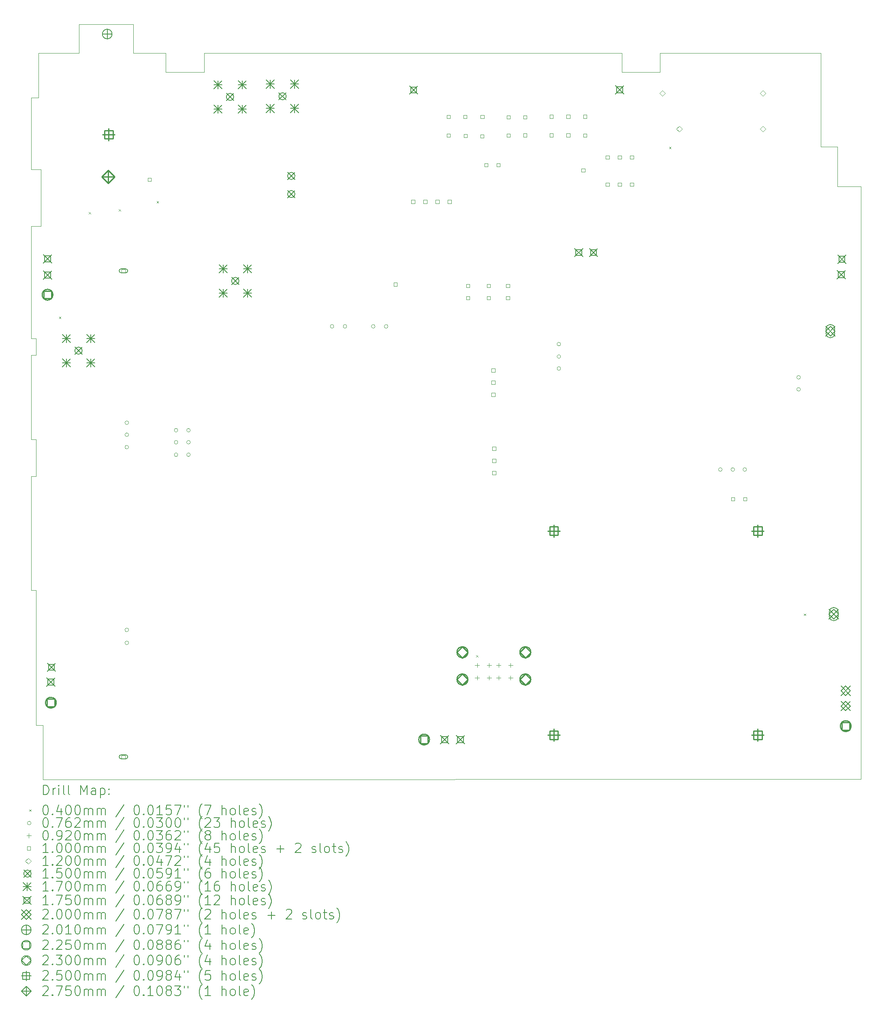
<source format=gbr>
%FSLAX45Y45*%
G04 Gerber Fmt 4.5, Leading zero omitted, Abs format (unit mm)*
G04 Created by KiCad (PCBNEW (6.0.1)) date 2022-04-19 13:10:00*
%MOMM*%
%LPD*%
G01*
G04 APERTURE LIST*
%TA.AperFunction,Profile*%
%ADD10C,0.100000*%
%TD*%
%ADD11C,0.200000*%
%ADD12C,0.040000*%
%ADD13C,0.076200*%
%ADD14C,0.092000*%
%ADD15C,0.100000*%
%ADD16C,0.120000*%
%ADD17C,0.150000*%
%ADD18C,0.170000*%
%ADD19C,0.175000*%
%ADD20C,0.201000*%
%ADD21C,0.225000*%
%ADD22C,0.230000*%
%ADD23C,0.250000*%
%ADD24C,0.275000*%
G04 APERTURE END LIST*
D10*
X29789000Y-8480000D02*
X29789000Y-20860000D01*
X12550000Y-16920000D02*
X12550000Y-19740000D01*
X12650000Y-8130000D02*
X12650000Y-9310000D01*
X13450000Y-5100000D02*
X14580000Y-5100000D01*
X14580000Y-5700000D02*
X15260000Y-5700000D01*
X12650000Y-9310000D02*
X12450000Y-9310000D01*
X12450000Y-11660000D02*
X12550000Y-11660000D01*
X24790000Y-5700000D02*
X24790000Y-6100000D01*
X25590000Y-6100000D02*
X25590000Y-5700000D01*
X16060000Y-5700000D02*
X24790000Y-5700000D01*
X12450000Y-14540000D02*
X12450000Y-16920000D01*
X15260000Y-5700000D02*
X15260000Y-6100000D01*
X12550000Y-13770000D02*
X12550000Y-14540000D01*
X12550000Y-14540000D02*
X12450000Y-14540000D01*
X29295000Y-7650000D02*
X29295000Y-8480000D01*
X29295000Y-8480000D02*
X29789000Y-8480000D01*
X12450000Y-6630000D02*
X12600000Y-6630000D01*
X12550000Y-19740000D02*
X12690000Y-19740000D01*
X12690000Y-20870000D02*
X29789000Y-20860000D01*
X15260000Y-6100000D02*
X16060000Y-6100000D01*
X12450000Y-13770000D02*
X12550000Y-13770000D01*
X12690000Y-19740000D02*
X12690000Y-20870000D01*
X13450000Y-5700000D02*
X13450000Y-5100000D01*
X12550000Y-12010000D02*
X12450000Y-12010000D01*
X12600000Y-5700000D02*
X13450000Y-5700000D01*
X28950000Y-7650000D02*
X29295000Y-7650000D01*
X12450000Y-12010000D02*
X12450000Y-13770000D01*
X12460000Y-8130000D02*
X12650000Y-8130000D01*
X12450000Y-9310000D02*
X12450000Y-11660000D01*
X12450000Y-6630000D02*
X12450000Y-8130000D01*
X12550000Y-11660000D02*
X12550000Y-12010000D01*
X16060000Y-6100000D02*
X16060000Y-5700000D01*
X12450000Y-16920000D02*
X12550000Y-16920000D01*
X28950000Y-5700000D02*
X28950000Y-7650000D01*
X24790000Y-6100000D02*
X25590000Y-6100000D01*
X12450000Y-8130000D02*
X12460000Y-8130000D01*
X14580000Y-5100000D02*
X14580000Y-5700000D01*
X25590000Y-5700000D02*
X28950000Y-5700000D01*
X12600000Y-6630000D02*
X12600000Y-5700000D01*
D11*
D12*
X13030000Y-11200000D02*
X13070000Y-11240000D01*
X13070000Y-11200000D02*
X13030000Y-11240000D01*
X13650000Y-9020000D02*
X13690000Y-9060000D01*
X13690000Y-9020000D02*
X13650000Y-9060000D01*
X14280000Y-8960000D02*
X14320000Y-9000000D01*
X14320000Y-8960000D02*
X14280000Y-9000000D01*
X15070000Y-8790000D02*
X15110000Y-8830000D01*
X15110000Y-8790000D02*
X15070000Y-8830000D01*
X21747000Y-18272000D02*
X21787000Y-18312000D01*
X21787000Y-18272000D02*
X21747000Y-18312000D01*
X25780000Y-7655000D02*
X25820000Y-7695000D01*
X25820000Y-7655000D02*
X25780000Y-7695000D01*
X28595000Y-17405000D02*
X28635000Y-17445000D01*
X28635000Y-17405000D02*
X28595000Y-17445000D01*
D13*
X14483600Y-13418000D02*
G75*
G03*
X14483600Y-13418000I-38100J0D01*
G01*
X14483600Y-13668000D02*
G75*
G03*
X14483600Y-13668000I-38100J0D01*
G01*
X14483600Y-13928000D02*
G75*
G03*
X14483600Y-13928000I-38100J0D01*
G01*
X14483600Y-17745000D02*
G75*
G03*
X14483600Y-17745000I-38100J0D01*
G01*
X14483600Y-18015000D02*
G75*
G03*
X14483600Y-18015000I-38100J0D01*
G01*
X15513100Y-13575500D02*
G75*
G03*
X15513100Y-13575500I-38100J0D01*
G01*
X15513100Y-13825500D02*
G75*
G03*
X15513100Y-13825500I-38100J0D01*
G01*
X15513100Y-14085500D02*
G75*
G03*
X15513100Y-14085500I-38100J0D01*
G01*
X15773100Y-13575500D02*
G75*
G03*
X15773100Y-13575500I-38100J0D01*
G01*
X15773100Y-13825500D02*
G75*
G03*
X15773100Y-13825500I-38100J0D01*
G01*
X15773100Y-14085500D02*
G75*
G03*
X15773100Y-14085500I-38100J0D01*
G01*
X18773100Y-11405500D02*
G75*
G03*
X18773100Y-11405500I-38100J0D01*
G01*
X19043100Y-11405500D02*
G75*
G03*
X19043100Y-11405500I-38100J0D01*
G01*
X19633100Y-11405500D02*
G75*
G03*
X19633100Y-11405500I-38100J0D01*
G01*
X19903100Y-11405500D02*
G75*
G03*
X19903100Y-11405500I-38100J0D01*
G01*
X23512600Y-11775500D02*
G75*
G03*
X23512600Y-11775500I-38100J0D01*
G01*
X23512600Y-12035500D02*
G75*
G03*
X23512600Y-12035500I-38100J0D01*
G01*
X23512600Y-12285500D02*
G75*
G03*
X23512600Y-12285500I-38100J0D01*
G01*
X26887600Y-14395500D02*
G75*
G03*
X26887600Y-14395500I-38100J0D01*
G01*
X27147600Y-14395500D02*
G75*
G03*
X27147600Y-14395500I-38100J0D01*
G01*
X27397600Y-14395500D02*
G75*
G03*
X27397600Y-14395500I-38100J0D01*
G01*
X28522600Y-12470500D02*
G75*
G03*
X28522600Y-12470500I-38100J0D01*
G01*
X28522600Y-12720500D02*
G75*
G03*
X28522600Y-12720500I-38100J0D01*
G01*
D14*
X21767000Y-18437000D02*
X21767000Y-18529000D01*
X21721000Y-18483000D02*
X21813000Y-18483000D01*
X21767000Y-18699000D02*
X21767000Y-18791000D01*
X21721000Y-18745000D02*
X21813000Y-18745000D01*
X22017000Y-18437000D02*
X22017000Y-18529000D01*
X21971000Y-18483000D02*
X22063000Y-18483000D01*
X22017000Y-18699000D02*
X22017000Y-18791000D01*
X21971000Y-18745000D02*
X22063000Y-18745000D01*
X22217000Y-18437000D02*
X22217000Y-18529000D01*
X22171000Y-18483000D02*
X22263000Y-18483000D01*
X22217000Y-18699000D02*
X22217000Y-18791000D01*
X22171000Y-18745000D02*
X22263000Y-18745000D01*
X22467000Y-18437000D02*
X22467000Y-18529000D01*
X22421000Y-18483000D02*
X22513000Y-18483000D01*
X22467000Y-18699000D02*
X22467000Y-18791000D01*
X22421000Y-18745000D02*
X22513000Y-18745000D01*
D15*
X14410856Y-10280356D02*
X14410856Y-10209644D01*
X14340144Y-10209644D01*
X14340144Y-10280356D01*
X14410856Y-10280356D01*
D11*
X14325500Y-10285000D02*
X14425500Y-10285000D01*
X14325500Y-10205000D02*
X14425500Y-10205000D01*
X14425500Y-10285000D02*
G75*
G03*
X14425500Y-10205000I0J40000D01*
G01*
X14325500Y-10205000D02*
G75*
G03*
X14325500Y-10285000I0J-40000D01*
G01*
D15*
X14410856Y-20430356D02*
X14410856Y-20359644D01*
X14340144Y-20359644D01*
X14340144Y-20430356D01*
X14410856Y-20430356D01*
D11*
X14325500Y-20435000D02*
X14425500Y-20435000D01*
X14325500Y-20355000D02*
X14425500Y-20355000D01*
X14425500Y-20435000D02*
G75*
G03*
X14425500Y-20355000I0J40000D01*
G01*
X14325500Y-20355000D02*
G75*
G03*
X14325500Y-20435000I0J-40000D01*
G01*
D15*
X14955356Y-8375356D02*
X14955356Y-8304644D01*
X14884644Y-8304644D01*
X14884644Y-8375356D01*
X14955356Y-8375356D01*
X20095356Y-10565356D02*
X20095356Y-10494644D01*
X20024644Y-10494644D01*
X20024644Y-10565356D01*
X20095356Y-10565356D01*
X20463356Y-8835356D02*
X20463356Y-8764644D01*
X20392644Y-8764644D01*
X20392644Y-8835356D01*
X20463356Y-8835356D01*
X20717356Y-8835356D02*
X20717356Y-8764644D01*
X20646644Y-8764644D01*
X20646644Y-8835356D01*
X20717356Y-8835356D01*
X20971356Y-8835356D02*
X20971356Y-8764644D01*
X20900644Y-8764644D01*
X20900644Y-8835356D01*
X20971356Y-8835356D01*
X21205356Y-7064106D02*
X21205356Y-6993394D01*
X21134644Y-6993394D01*
X21134644Y-7064106D01*
X21205356Y-7064106D01*
X21205356Y-7452106D02*
X21205356Y-7381394D01*
X21134644Y-7381394D01*
X21134644Y-7452106D01*
X21205356Y-7452106D01*
X21225356Y-8835356D02*
X21225356Y-8764644D01*
X21154644Y-8764644D01*
X21154644Y-8835356D01*
X21225356Y-8835356D01*
X21550356Y-7064106D02*
X21550356Y-6993394D01*
X21479644Y-6993394D01*
X21479644Y-7064106D01*
X21550356Y-7064106D01*
X21560356Y-7459106D02*
X21560356Y-7388394D01*
X21489644Y-7388394D01*
X21489644Y-7459106D01*
X21560356Y-7459106D01*
X21612856Y-10595356D02*
X21612856Y-10524644D01*
X21542144Y-10524644D01*
X21542144Y-10595356D01*
X21612856Y-10595356D01*
X21612856Y-10849356D02*
X21612856Y-10778644D01*
X21542144Y-10778644D01*
X21542144Y-10849356D01*
X21612856Y-10849356D01*
X21905356Y-7469106D02*
X21905356Y-7398394D01*
X21834644Y-7398394D01*
X21834644Y-7469106D01*
X21905356Y-7469106D01*
X21910356Y-7064106D02*
X21910356Y-6993394D01*
X21839644Y-6993394D01*
X21839644Y-7064106D01*
X21910356Y-7064106D01*
X21990356Y-8072856D02*
X21990356Y-8002144D01*
X21919644Y-8002144D01*
X21919644Y-8072856D01*
X21990356Y-8072856D01*
X22042856Y-10595356D02*
X22042856Y-10524644D01*
X21972144Y-10524644D01*
X21972144Y-10595356D01*
X22042856Y-10595356D01*
X22042856Y-10849356D02*
X22042856Y-10778644D01*
X21972144Y-10778644D01*
X21972144Y-10849356D01*
X22042856Y-10849356D01*
X22140356Y-12360356D02*
X22140356Y-12289644D01*
X22069644Y-12289644D01*
X22069644Y-12360356D01*
X22140356Y-12360356D01*
X22140356Y-12614356D02*
X22140356Y-12543644D01*
X22069644Y-12543644D01*
X22069644Y-12614356D01*
X22140356Y-12614356D01*
X22140356Y-12868356D02*
X22140356Y-12797644D01*
X22069644Y-12797644D01*
X22069644Y-12868356D01*
X22140356Y-12868356D01*
X22157856Y-13992856D02*
X22157856Y-13922144D01*
X22087144Y-13922144D01*
X22087144Y-13992856D01*
X22157856Y-13992856D01*
X22157856Y-14246856D02*
X22157856Y-14176144D01*
X22087144Y-14176144D01*
X22087144Y-14246856D01*
X22157856Y-14246856D01*
X22157856Y-14500856D02*
X22157856Y-14430144D01*
X22087144Y-14430144D01*
X22087144Y-14500856D01*
X22157856Y-14500856D01*
X22244356Y-8072856D02*
X22244356Y-8002144D01*
X22173644Y-8002144D01*
X22173644Y-8072856D01*
X22244356Y-8072856D01*
X22442856Y-10595356D02*
X22442856Y-10524644D01*
X22372144Y-10524644D01*
X22372144Y-10595356D01*
X22442856Y-10595356D01*
X22442856Y-10849356D02*
X22442856Y-10778644D01*
X22372144Y-10778644D01*
X22372144Y-10849356D01*
X22442856Y-10849356D01*
X22455356Y-7069106D02*
X22455356Y-6998394D01*
X22384644Y-6998394D01*
X22384644Y-7069106D01*
X22455356Y-7069106D01*
X22455356Y-7454106D02*
X22455356Y-7383394D01*
X22384644Y-7383394D01*
X22384644Y-7454106D01*
X22455356Y-7454106D01*
X22805356Y-7074106D02*
X22805356Y-7003394D01*
X22734644Y-7003394D01*
X22734644Y-7074106D01*
X22805356Y-7074106D01*
X22805356Y-7449106D02*
X22805356Y-7378394D01*
X22734644Y-7378394D01*
X22734644Y-7449106D01*
X22805356Y-7449106D01*
X23355356Y-7059106D02*
X23355356Y-6988394D01*
X23284644Y-6988394D01*
X23284644Y-7059106D01*
X23355356Y-7059106D01*
X23355356Y-7449106D02*
X23355356Y-7378394D01*
X23284644Y-7378394D01*
X23284644Y-7449106D01*
X23355356Y-7449106D01*
X23705356Y-7059106D02*
X23705356Y-6988394D01*
X23634644Y-6988394D01*
X23634644Y-7059106D01*
X23705356Y-7059106D01*
X23705356Y-7449106D02*
X23705356Y-7378394D01*
X23634644Y-7378394D01*
X23634644Y-7449106D01*
X23705356Y-7449106D01*
X24020356Y-8180356D02*
X24020356Y-8109644D01*
X23949644Y-8109644D01*
X23949644Y-8180356D01*
X24020356Y-8180356D01*
X24055356Y-7059106D02*
X24055356Y-6988394D01*
X23984644Y-6988394D01*
X23984644Y-7059106D01*
X24055356Y-7059106D01*
X24055356Y-7454106D02*
X24055356Y-7383394D01*
X23984644Y-7383394D01*
X23984644Y-7454106D01*
X24055356Y-7454106D01*
X24527356Y-7910356D02*
X24527356Y-7839644D01*
X24456644Y-7839644D01*
X24456644Y-7910356D01*
X24527356Y-7910356D01*
X24527356Y-8475356D02*
X24527356Y-8404644D01*
X24456644Y-8404644D01*
X24456644Y-8475356D01*
X24527356Y-8475356D01*
X24781356Y-7910356D02*
X24781356Y-7839644D01*
X24710644Y-7839644D01*
X24710644Y-7910356D01*
X24781356Y-7910356D01*
X24781356Y-8475356D02*
X24781356Y-8404644D01*
X24710644Y-8404644D01*
X24710644Y-8475356D01*
X24781356Y-8475356D01*
X25035356Y-7910356D02*
X25035356Y-7839644D01*
X24964644Y-7839644D01*
X24964644Y-7910356D01*
X25035356Y-7910356D01*
X25035356Y-8475356D02*
X25035356Y-8404644D01*
X24964644Y-8404644D01*
X24964644Y-8475356D01*
X25035356Y-8475356D01*
X27145356Y-15047856D02*
X27145356Y-14977144D01*
X27074644Y-14977144D01*
X27074644Y-15047856D01*
X27145356Y-15047856D01*
X27399356Y-15047856D02*
X27399356Y-14977144D01*
X27328644Y-14977144D01*
X27328644Y-15047856D01*
X27399356Y-15047856D01*
D16*
X25640750Y-6594250D02*
X25700750Y-6534250D01*
X25640750Y-6474250D01*
X25580750Y-6534250D01*
X25640750Y-6594250D01*
X25990750Y-7344250D02*
X26050750Y-7284250D01*
X25990750Y-7224250D01*
X25930750Y-7284250D01*
X25990750Y-7344250D01*
X27740750Y-6594250D02*
X27800750Y-6534250D01*
X27740750Y-6474250D01*
X27680750Y-6534250D01*
X27740750Y-6594250D01*
X27740750Y-7344250D02*
X27800750Y-7284250D01*
X27740750Y-7224250D01*
X27680750Y-7284250D01*
X27740750Y-7344250D01*
D17*
X13361600Y-11837600D02*
X13511600Y-11987600D01*
X13511600Y-11837600D02*
X13361600Y-11987600D01*
X13511600Y-11912600D02*
G75*
G03*
X13511600Y-11912600I-75000J0D01*
G01*
X16528200Y-6537900D02*
X16678200Y-6687900D01*
X16678200Y-6537900D02*
X16528200Y-6687900D01*
X16678200Y-6612900D02*
G75*
G03*
X16678200Y-6612900I-75000J0D01*
G01*
X16638200Y-10380900D02*
X16788200Y-10530900D01*
X16788200Y-10380900D02*
X16638200Y-10530900D01*
X16788200Y-10455900D02*
G75*
G03*
X16788200Y-10455900I-75000J0D01*
G01*
X17625000Y-6525000D02*
X17775000Y-6675000D01*
X17775000Y-6525000D02*
X17625000Y-6675000D01*
X17775000Y-6600000D02*
G75*
G03*
X17775000Y-6600000I-75000J0D01*
G01*
X17808200Y-8187900D02*
X17958200Y-8337900D01*
X17958200Y-8187900D02*
X17808200Y-8337900D01*
X17958200Y-8262900D02*
G75*
G03*
X17958200Y-8262900I-75000J0D01*
G01*
X17808200Y-8567900D02*
X17958200Y-8717900D01*
X17958200Y-8567900D02*
X17808200Y-8717900D01*
X17958200Y-8642900D02*
G75*
G03*
X17958200Y-8642900I-75000J0D01*
G01*
D18*
X13097600Y-11573600D02*
X13267600Y-11743600D01*
X13267600Y-11573600D02*
X13097600Y-11743600D01*
X13182600Y-11573600D02*
X13182600Y-11743600D01*
X13097600Y-11658600D02*
X13267600Y-11658600D01*
X13097600Y-12081600D02*
X13267600Y-12251600D01*
X13267600Y-12081600D02*
X13097600Y-12251600D01*
X13182600Y-12081600D02*
X13182600Y-12251600D01*
X13097600Y-12166600D02*
X13267600Y-12166600D01*
X13605600Y-11573600D02*
X13775600Y-11743600D01*
X13775600Y-11573600D02*
X13605600Y-11743600D01*
X13690600Y-11573600D02*
X13690600Y-11743600D01*
X13605600Y-11658600D02*
X13775600Y-11658600D01*
X13605600Y-12081600D02*
X13775600Y-12251600D01*
X13775600Y-12081600D02*
X13605600Y-12251600D01*
X13690600Y-12081600D02*
X13690600Y-12251600D01*
X13605600Y-12166600D02*
X13775600Y-12166600D01*
X16264200Y-6273900D02*
X16434200Y-6443900D01*
X16434200Y-6273900D02*
X16264200Y-6443900D01*
X16349200Y-6273900D02*
X16349200Y-6443900D01*
X16264200Y-6358900D02*
X16434200Y-6358900D01*
X16264200Y-6781900D02*
X16434200Y-6951900D01*
X16434200Y-6781900D02*
X16264200Y-6951900D01*
X16349200Y-6781900D02*
X16349200Y-6951900D01*
X16264200Y-6866900D02*
X16434200Y-6866900D01*
X16374200Y-10116900D02*
X16544200Y-10286900D01*
X16544200Y-10116900D02*
X16374200Y-10286900D01*
X16459200Y-10116900D02*
X16459200Y-10286900D01*
X16374200Y-10201900D02*
X16544200Y-10201900D01*
X16374200Y-10624900D02*
X16544200Y-10794900D01*
X16544200Y-10624900D02*
X16374200Y-10794900D01*
X16459200Y-10624900D02*
X16459200Y-10794900D01*
X16374200Y-10709900D02*
X16544200Y-10709900D01*
X16772200Y-6273900D02*
X16942200Y-6443900D01*
X16942200Y-6273900D02*
X16772200Y-6443900D01*
X16857200Y-6273900D02*
X16857200Y-6443900D01*
X16772200Y-6358900D02*
X16942200Y-6358900D01*
X16772200Y-6781900D02*
X16942200Y-6951900D01*
X16942200Y-6781900D02*
X16772200Y-6951900D01*
X16857200Y-6781900D02*
X16857200Y-6951900D01*
X16772200Y-6866900D02*
X16942200Y-6866900D01*
X16882200Y-10116900D02*
X17052200Y-10286900D01*
X17052200Y-10116900D02*
X16882200Y-10286900D01*
X16967200Y-10116900D02*
X16967200Y-10286900D01*
X16882200Y-10201900D02*
X17052200Y-10201900D01*
X16882200Y-10624900D02*
X17052200Y-10794900D01*
X17052200Y-10624900D02*
X16882200Y-10794900D01*
X16967200Y-10624900D02*
X16967200Y-10794900D01*
X16882200Y-10709900D02*
X17052200Y-10709900D01*
X17361000Y-6261000D02*
X17531000Y-6431000D01*
X17531000Y-6261000D02*
X17361000Y-6431000D01*
X17446000Y-6261000D02*
X17446000Y-6431000D01*
X17361000Y-6346000D02*
X17531000Y-6346000D01*
X17361000Y-6769000D02*
X17531000Y-6939000D01*
X17531000Y-6769000D02*
X17361000Y-6939000D01*
X17446000Y-6769000D02*
X17446000Y-6939000D01*
X17361000Y-6854000D02*
X17531000Y-6854000D01*
X17869000Y-6261000D02*
X18039000Y-6431000D01*
X18039000Y-6261000D02*
X17869000Y-6431000D01*
X17954000Y-6261000D02*
X17954000Y-6431000D01*
X17869000Y-6346000D02*
X18039000Y-6346000D01*
X17869000Y-6769000D02*
X18039000Y-6939000D01*
X18039000Y-6769000D02*
X17869000Y-6939000D01*
X17954000Y-6769000D02*
X17954000Y-6939000D01*
X17869000Y-6854000D02*
X18039000Y-6854000D01*
D19*
X12702000Y-9907500D02*
X12877000Y-10082500D01*
X12877000Y-9907500D02*
X12702000Y-10082500D01*
X12851372Y-10056872D02*
X12851372Y-9933128D01*
X12727628Y-9933128D01*
X12727628Y-10056872D01*
X12851372Y-10056872D01*
X12702000Y-10247500D02*
X12877000Y-10422500D01*
X12877000Y-10247500D02*
X12702000Y-10422500D01*
X12851372Y-10396872D02*
X12851372Y-10273128D01*
X12727628Y-10273128D01*
X12727628Y-10396872D01*
X12851372Y-10396872D01*
X12772500Y-18747500D02*
X12947500Y-18922500D01*
X12947500Y-18747500D02*
X12772500Y-18922500D01*
X12921872Y-18896872D02*
X12921872Y-18773128D01*
X12798128Y-18773128D01*
X12798128Y-18896872D01*
X12921872Y-18896872D01*
X12782500Y-18437500D02*
X12957500Y-18612500D01*
X12957500Y-18437500D02*
X12782500Y-18612500D01*
X12931872Y-18586872D02*
X12931872Y-18463128D01*
X12808128Y-18463128D01*
X12808128Y-18586872D01*
X12931872Y-18586872D01*
X20352500Y-6381250D02*
X20527500Y-6556250D01*
X20527500Y-6381250D02*
X20352500Y-6556250D01*
X20501872Y-6530622D02*
X20501872Y-6406878D01*
X20378128Y-6406878D01*
X20378128Y-6530622D01*
X20501872Y-6530622D01*
X21002500Y-19947500D02*
X21177500Y-20122500D01*
X21177500Y-19947500D02*
X21002500Y-20122500D01*
X21151872Y-20096872D02*
X21151872Y-19973128D01*
X21028128Y-19973128D01*
X21028128Y-20096872D01*
X21151872Y-20096872D01*
X21332903Y-19947500D02*
X21507903Y-20122500D01*
X21507903Y-19947500D02*
X21332903Y-20122500D01*
X21482275Y-20096872D02*
X21482275Y-19973128D01*
X21358530Y-19973128D01*
X21358530Y-20096872D01*
X21482275Y-20096872D01*
X23802000Y-9776105D02*
X23977000Y-9951105D01*
X23977000Y-9776105D02*
X23802000Y-9951105D01*
X23951372Y-9925478D02*
X23951372Y-9801733D01*
X23827628Y-9801733D01*
X23827628Y-9925478D01*
X23951372Y-9925478D01*
X24112000Y-9777500D02*
X24287000Y-9952500D01*
X24287000Y-9777500D02*
X24112000Y-9952500D01*
X24261372Y-9926872D02*
X24261372Y-9803128D01*
X24137628Y-9803128D01*
X24137628Y-9926872D01*
X24261372Y-9926872D01*
X24657500Y-6376250D02*
X24832500Y-6551250D01*
X24832500Y-6376250D02*
X24657500Y-6551250D01*
X24806872Y-6525622D02*
X24806872Y-6401878D01*
X24683128Y-6401878D01*
X24683128Y-6525622D01*
X24806872Y-6525622D01*
X29292000Y-10237500D02*
X29467000Y-10412500D01*
X29467000Y-10237500D02*
X29292000Y-10412500D01*
X29441372Y-10386872D02*
X29441372Y-10263128D01*
X29317628Y-10263128D01*
X29317628Y-10386872D01*
X29441372Y-10386872D01*
X29302000Y-9917500D02*
X29477000Y-10092500D01*
X29477000Y-9917500D02*
X29302000Y-10092500D01*
X29451372Y-10066872D02*
X29451372Y-9943128D01*
X29327628Y-9943128D01*
X29327628Y-10066872D01*
X29451372Y-10066872D01*
D11*
X29049500Y-11405000D02*
X29249500Y-11605000D01*
X29249500Y-11405000D02*
X29049500Y-11605000D01*
X29149500Y-11605000D02*
X29249500Y-11505000D01*
X29149500Y-11405000D01*
X29049500Y-11505000D01*
X29149500Y-11605000D01*
X29059500Y-11455000D02*
X29059500Y-11555000D01*
X29239500Y-11455000D02*
X29239500Y-11555000D01*
X29059500Y-11555000D02*
G75*
G03*
X29239500Y-11555000I90000J0D01*
G01*
X29239500Y-11455000D02*
G75*
G03*
X29059500Y-11455000I-90000J0D01*
G01*
X29120000Y-17315000D02*
X29320000Y-17515000D01*
X29320000Y-17315000D02*
X29120000Y-17515000D01*
X29220000Y-17515000D02*
X29320000Y-17415000D01*
X29220000Y-17315000D01*
X29120000Y-17415000D01*
X29220000Y-17515000D01*
X29310000Y-17465000D02*
X29310000Y-17365000D01*
X29130000Y-17465000D02*
X29130000Y-17365000D01*
X29310000Y-17365000D02*
G75*
G03*
X29130000Y-17365000I-90000J0D01*
G01*
X29130000Y-17465000D02*
G75*
G03*
X29310000Y-17465000I90000J0D01*
G01*
X29370000Y-18915000D02*
X29570000Y-19115000D01*
X29570000Y-18915000D02*
X29370000Y-19115000D01*
X29470000Y-19115000D02*
X29570000Y-19015000D01*
X29470000Y-18915000D01*
X29370000Y-19015000D01*
X29470000Y-19115000D01*
X29370000Y-19235000D02*
X29570000Y-19435000D01*
X29570000Y-19235000D02*
X29370000Y-19435000D01*
X29470000Y-19435000D02*
X29570000Y-19335000D01*
X29470000Y-19235000D01*
X29370000Y-19335000D01*
X29470000Y-19435000D01*
D20*
X14036750Y-5199500D02*
X14036750Y-5400500D01*
X13936250Y-5300000D02*
X14137250Y-5300000D01*
X14137250Y-5300000D02*
G75*
G03*
X14137250Y-5300000I-100500J0D01*
G01*
D21*
X12869050Y-10824550D02*
X12869050Y-10665450D01*
X12709950Y-10665450D01*
X12709950Y-10824550D01*
X12869050Y-10824550D01*
X12902000Y-10745000D02*
G75*
G03*
X12902000Y-10745000I-112500J0D01*
G01*
X12939550Y-19344550D02*
X12939550Y-19185450D01*
X12780450Y-19185450D01*
X12780450Y-19344550D01*
X12939550Y-19344550D01*
X12972500Y-19265000D02*
G75*
G03*
X12972500Y-19265000I-112500J0D01*
G01*
X20739550Y-20114550D02*
X20739550Y-19955450D01*
X20580450Y-19955450D01*
X20580450Y-20114550D01*
X20739550Y-20114550D01*
X20772500Y-20035000D02*
G75*
G03*
X20772500Y-20035000I-112500J0D01*
G01*
X29549550Y-19834550D02*
X29549550Y-19675450D01*
X29390450Y-19675450D01*
X29390450Y-19834550D01*
X29549550Y-19834550D01*
X29582500Y-19755000D02*
G75*
G03*
X29582500Y-19755000I-112500J0D01*
G01*
D22*
X21460000Y-18327000D02*
X21575000Y-18212000D01*
X21460000Y-18097000D01*
X21345000Y-18212000D01*
X21460000Y-18327000D01*
X21575000Y-18212000D02*
G75*
G03*
X21575000Y-18212000I-115000J0D01*
G01*
X21460000Y-18895000D02*
X21575000Y-18780000D01*
X21460000Y-18665000D01*
X21345000Y-18780000D01*
X21460000Y-18895000D01*
X21575000Y-18780000D02*
G75*
G03*
X21575000Y-18780000I-115000J0D01*
G01*
X22774000Y-18327000D02*
X22889000Y-18212000D01*
X22774000Y-18097000D01*
X22659000Y-18212000D01*
X22774000Y-18327000D01*
X22889000Y-18212000D02*
G75*
G03*
X22889000Y-18212000I-115000J0D01*
G01*
X22774000Y-18895000D02*
X22889000Y-18780000D01*
X22774000Y-18665000D01*
X22659000Y-18780000D01*
X22774000Y-18895000D01*
X22889000Y-18780000D02*
G75*
G03*
X22889000Y-18780000I-115000J0D01*
G01*
D23*
X14066750Y-7275000D02*
X14066750Y-7525000D01*
X13941750Y-7400000D02*
X14191750Y-7400000D01*
X14155139Y-7488389D02*
X14155139Y-7311611D01*
X13978361Y-7311611D01*
X13978361Y-7488389D01*
X14155139Y-7488389D01*
X23370000Y-15555000D02*
X23370000Y-15805000D01*
X23245000Y-15680000D02*
X23495000Y-15680000D01*
X23458389Y-15768389D02*
X23458389Y-15591611D01*
X23281611Y-15591611D01*
X23281611Y-15768389D01*
X23458389Y-15768389D01*
X23370000Y-19815000D02*
X23370000Y-20065000D01*
X23245000Y-19940000D02*
X23495000Y-19940000D01*
X23458389Y-20028389D02*
X23458389Y-19851611D01*
X23281611Y-19851611D01*
X23281611Y-20028389D01*
X23458389Y-20028389D01*
X27630000Y-15555000D02*
X27630000Y-15805000D01*
X27505000Y-15680000D02*
X27755000Y-15680000D01*
X27718389Y-15768389D02*
X27718389Y-15591611D01*
X27541611Y-15591611D01*
X27541611Y-15768389D01*
X27718389Y-15768389D01*
X27630000Y-19815000D02*
X27630000Y-20065000D01*
X27505000Y-19940000D02*
X27755000Y-19940000D01*
X27718389Y-20028389D02*
X27718389Y-19851611D01*
X27541611Y-19851611D01*
X27541611Y-20028389D01*
X27718389Y-20028389D01*
D24*
X14056750Y-8142500D02*
X14056750Y-8417500D01*
X13919250Y-8280000D02*
X14194250Y-8280000D01*
X14056750Y-8417500D02*
X14194250Y-8280000D01*
X14056750Y-8142500D01*
X13919250Y-8280000D01*
X14056750Y-8417500D01*
D11*
X12702619Y-21185476D02*
X12702619Y-20985476D01*
X12750238Y-20985476D01*
X12778809Y-20995000D01*
X12797857Y-21014048D01*
X12807381Y-21033095D01*
X12816905Y-21071190D01*
X12816905Y-21099762D01*
X12807381Y-21137857D01*
X12797857Y-21156905D01*
X12778809Y-21175952D01*
X12750238Y-21185476D01*
X12702619Y-21185476D01*
X12902619Y-21185476D02*
X12902619Y-21052143D01*
X12902619Y-21090238D02*
X12912143Y-21071190D01*
X12921667Y-21061667D01*
X12940714Y-21052143D01*
X12959762Y-21052143D01*
X13026428Y-21185476D02*
X13026428Y-21052143D01*
X13026428Y-20985476D02*
X13016905Y-20995000D01*
X13026428Y-21004524D01*
X13035952Y-20995000D01*
X13026428Y-20985476D01*
X13026428Y-21004524D01*
X13150238Y-21185476D02*
X13131190Y-21175952D01*
X13121667Y-21156905D01*
X13121667Y-20985476D01*
X13255000Y-21185476D02*
X13235952Y-21175952D01*
X13226428Y-21156905D01*
X13226428Y-20985476D01*
X13483571Y-21185476D02*
X13483571Y-20985476D01*
X13550238Y-21128333D01*
X13616905Y-20985476D01*
X13616905Y-21185476D01*
X13797857Y-21185476D02*
X13797857Y-21080714D01*
X13788333Y-21061667D01*
X13769286Y-21052143D01*
X13731190Y-21052143D01*
X13712143Y-21061667D01*
X13797857Y-21175952D02*
X13778809Y-21185476D01*
X13731190Y-21185476D01*
X13712143Y-21175952D01*
X13702619Y-21156905D01*
X13702619Y-21137857D01*
X13712143Y-21118810D01*
X13731190Y-21109286D01*
X13778809Y-21109286D01*
X13797857Y-21099762D01*
X13893095Y-21052143D02*
X13893095Y-21252143D01*
X13893095Y-21061667D02*
X13912143Y-21052143D01*
X13950238Y-21052143D01*
X13969286Y-21061667D01*
X13978809Y-21071190D01*
X13988333Y-21090238D01*
X13988333Y-21147381D01*
X13978809Y-21166429D01*
X13969286Y-21175952D01*
X13950238Y-21185476D01*
X13912143Y-21185476D01*
X13893095Y-21175952D01*
X14074048Y-21166429D02*
X14083571Y-21175952D01*
X14074048Y-21185476D01*
X14064524Y-21175952D01*
X14074048Y-21166429D01*
X14074048Y-21185476D01*
X14074048Y-21061667D02*
X14083571Y-21071190D01*
X14074048Y-21080714D01*
X14064524Y-21071190D01*
X14074048Y-21061667D01*
X14074048Y-21080714D01*
D12*
X12405000Y-21495000D02*
X12445000Y-21535000D01*
X12445000Y-21495000D02*
X12405000Y-21535000D01*
D11*
X12740714Y-21405476D02*
X12759762Y-21405476D01*
X12778809Y-21415000D01*
X12788333Y-21424524D01*
X12797857Y-21443571D01*
X12807381Y-21481667D01*
X12807381Y-21529286D01*
X12797857Y-21567381D01*
X12788333Y-21586429D01*
X12778809Y-21595952D01*
X12759762Y-21605476D01*
X12740714Y-21605476D01*
X12721667Y-21595952D01*
X12712143Y-21586429D01*
X12702619Y-21567381D01*
X12693095Y-21529286D01*
X12693095Y-21481667D01*
X12702619Y-21443571D01*
X12712143Y-21424524D01*
X12721667Y-21415000D01*
X12740714Y-21405476D01*
X12893095Y-21586429D02*
X12902619Y-21595952D01*
X12893095Y-21605476D01*
X12883571Y-21595952D01*
X12893095Y-21586429D01*
X12893095Y-21605476D01*
X13074048Y-21472143D02*
X13074048Y-21605476D01*
X13026428Y-21395952D02*
X12978809Y-21538810D01*
X13102619Y-21538810D01*
X13216905Y-21405476D02*
X13235952Y-21405476D01*
X13255000Y-21415000D01*
X13264524Y-21424524D01*
X13274048Y-21443571D01*
X13283571Y-21481667D01*
X13283571Y-21529286D01*
X13274048Y-21567381D01*
X13264524Y-21586429D01*
X13255000Y-21595952D01*
X13235952Y-21605476D01*
X13216905Y-21605476D01*
X13197857Y-21595952D01*
X13188333Y-21586429D01*
X13178809Y-21567381D01*
X13169286Y-21529286D01*
X13169286Y-21481667D01*
X13178809Y-21443571D01*
X13188333Y-21424524D01*
X13197857Y-21415000D01*
X13216905Y-21405476D01*
X13407381Y-21405476D02*
X13426428Y-21405476D01*
X13445476Y-21415000D01*
X13455000Y-21424524D01*
X13464524Y-21443571D01*
X13474048Y-21481667D01*
X13474048Y-21529286D01*
X13464524Y-21567381D01*
X13455000Y-21586429D01*
X13445476Y-21595952D01*
X13426428Y-21605476D01*
X13407381Y-21605476D01*
X13388333Y-21595952D01*
X13378809Y-21586429D01*
X13369286Y-21567381D01*
X13359762Y-21529286D01*
X13359762Y-21481667D01*
X13369286Y-21443571D01*
X13378809Y-21424524D01*
X13388333Y-21415000D01*
X13407381Y-21405476D01*
X13559762Y-21605476D02*
X13559762Y-21472143D01*
X13559762Y-21491190D02*
X13569286Y-21481667D01*
X13588333Y-21472143D01*
X13616905Y-21472143D01*
X13635952Y-21481667D01*
X13645476Y-21500714D01*
X13645476Y-21605476D01*
X13645476Y-21500714D02*
X13655000Y-21481667D01*
X13674048Y-21472143D01*
X13702619Y-21472143D01*
X13721667Y-21481667D01*
X13731190Y-21500714D01*
X13731190Y-21605476D01*
X13826428Y-21605476D02*
X13826428Y-21472143D01*
X13826428Y-21491190D02*
X13835952Y-21481667D01*
X13855000Y-21472143D01*
X13883571Y-21472143D01*
X13902619Y-21481667D01*
X13912143Y-21500714D01*
X13912143Y-21605476D01*
X13912143Y-21500714D02*
X13921667Y-21481667D01*
X13940714Y-21472143D01*
X13969286Y-21472143D01*
X13988333Y-21481667D01*
X13997857Y-21500714D01*
X13997857Y-21605476D01*
X14388333Y-21395952D02*
X14216905Y-21653095D01*
X14645476Y-21405476D02*
X14664524Y-21405476D01*
X14683571Y-21415000D01*
X14693095Y-21424524D01*
X14702619Y-21443571D01*
X14712143Y-21481667D01*
X14712143Y-21529286D01*
X14702619Y-21567381D01*
X14693095Y-21586429D01*
X14683571Y-21595952D01*
X14664524Y-21605476D01*
X14645476Y-21605476D01*
X14626428Y-21595952D01*
X14616905Y-21586429D01*
X14607381Y-21567381D01*
X14597857Y-21529286D01*
X14597857Y-21481667D01*
X14607381Y-21443571D01*
X14616905Y-21424524D01*
X14626428Y-21415000D01*
X14645476Y-21405476D01*
X14797857Y-21586429D02*
X14807381Y-21595952D01*
X14797857Y-21605476D01*
X14788333Y-21595952D01*
X14797857Y-21586429D01*
X14797857Y-21605476D01*
X14931190Y-21405476D02*
X14950238Y-21405476D01*
X14969286Y-21415000D01*
X14978809Y-21424524D01*
X14988333Y-21443571D01*
X14997857Y-21481667D01*
X14997857Y-21529286D01*
X14988333Y-21567381D01*
X14978809Y-21586429D01*
X14969286Y-21595952D01*
X14950238Y-21605476D01*
X14931190Y-21605476D01*
X14912143Y-21595952D01*
X14902619Y-21586429D01*
X14893095Y-21567381D01*
X14883571Y-21529286D01*
X14883571Y-21481667D01*
X14893095Y-21443571D01*
X14902619Y-21424524D01*
X14912143Y-21415000D01*
X14931190Y-21405476D01*
X15188333Y-21605476D02*
X15074048Y-21605476D01*
X15131190Y-21605476D02*
X15131190Y-21405476D01*
X15112143Y-21434048D01*
X15093095Y-21453095D01*
X15074048Y-21462619D01*
X15369286Y-21405476D02*
X15274048Y-21405476D01*
X15264524Y-21500714D01*
X15274048Y-21491190D01*
X15293095Y-21481667D01*
X15340714Y-21481667D01*
X15359762Y-21491190D01*
X15369286Y-21500714D01*
X15378809Y-21519762D01*
X15378809Y-21567381D01*
X15369286Y-21586429D01*
X15359762Y-21595952D01*
X15340714Y-21605476D01*
X15293095Y-21605476D01*
X15274048Y-21595952D01*
X15264524Y-21586429D01*
X15445476Y-21405476D02*
X15578809Y-21405476D01*
X15493095Y-21605476D01*
X15645476Y-21405476D02*
X15645476Y-21443571D01*
X15721667Y-21405476D02*
X15721667Y-21443571D01*
X16016905Y-21681667D02*
X16007381Y-21672143D01*
X15988333Y-21643571D01*
X15978809Y-21624524D01*
X15969286Y-21595952D01*
X15959762Y-21548333D01*
X15959762Y-21510238D01*
X15969286Y-21462619D01*
X15978809Y-21434048D01*
X15988333Y-21415000D01*
X16007381Y-21386429D01*
X16016905Y-21376905D01*
X16074048Y-21405476D02*
X16207381Y-21405476D01*
X16121667Y-21605476D01*
X16435952Y-21605476D02*
X16435952Y-21405476D01*
X16521667Y-21605476D02*
X16521667Y-21500714D01*
X16512143Y-21481667D01*
X16493095Y-21472143D01*
X16464524Y-21472143D01*
X16445476Y-21481667D01*
X16435952Y-21491190D01*
X16645476Y-21605476D02*
X16626428Y-21595952D01*
X16616905Y-21586429D01*
X16607381Y-21567381D01*
X16607381Y-21510238D01*
X16616905Y-21491190D01*
X16626428Y-21481667D01*
X16645476Y-21472143D01*
X16674048Y-21472143D01*
X16693095Y-21481667D01*
X16702619Y-21491190D01*
X16712143Y-21510238D01*
X16712143Y-21567381D01*
X16702619Y-21586429D01*
X16693095Y-21595952D01*
X16674048Y-21605476D01*
X16645476Y-21605476D01*
X16826429Y-21605476D02*
X16807381Y-21595952D01*
X16797857Y-21576905D01*
X16797857Y-21405476D01*
X16978810Y-21595952D02*
X16959762Y-21605476D01*
X16921667Y-21605476D01*
X16902619Y-21595952D01*
X16893095Y-21576905D01*
X16893095Y-21500714D01*
X16902619Y-21481667D01*
X16921667Y-21472143D01*
X16959762Y-21472143D01*
X16978810Y-21481667D01*
X16988333Y-21500714D01*
X16988333Y-21519762D01*
X16893095Y-21538810D01*
X17064524Y-21595952D02*
X17083571Y-21605476D01*
X17121667Y-21605476D01*
X17140714Y-21595952D01*
X17150238Y-21576905D01*
X17150238Y-21567381D01*
X17140714Y-21548333D01*
X17121667Y-21538810D01*
X17093095Y-21538810D01*
X17074048Y-21529286D01*
X17064524Y-21510238D01*
X17064524Y-21500714D01*
X17074048Y-21481667D01*
X17093095Y-21472143D01*
X17121667Y-21472143D01*
X17140714Y-21481667D01*
X17216905Y-21681667D02*
X17226429Y-21672143D01*
X17245476Y-21643571D01*
X17255000Y-21624524D01*
X17264524Y-21595952D01*
X17274048Y-21548333D01*
X17274048Y-21510238D01*
X17264524Y-21462619D01*
X17255000Y-21434048D01*
X17245476Y-21415000D01*
X17226429Y-21386429D01*
X17216905Y-21376905D01*
D13*
X12445000Y-21779000D02*
G75*
G03*
X12445000Y-21779000I-38100J0D01*
G01*
D11*
X12740714Y-21669476D02*
X12759762Y-21669476D01*
X12778809Y-21679000D01*
X12788333Y-21688524D01*
X12797857Y-21707571D01*
X12807381Y-21745667D01*
X12807381Y-21793286D01*
X12797857Y-21831381D01*
X12788333Y-21850429D01*
X12778809Y-21859952D01*
X12759762Y-21869476D01*
X12740714Y-21869476D01*
X12721667Y-21859952D01*
X12712143Y-21850429D01*
X12702619Y-21831381D01*
X12693095Y-21793286D01*
X12693095Y-21745667D01*
X12702619Y-21707571D01*
X12712143Y-21688524D01*
X12721667Y-21679000D01*
X12740714Y-21669476D01*
X12893095Y-21850429D02*
X12902619Y-21859952D01*
X12893095Y-21869476D01*
X12883571Y-21859952D01*
X12893095Y-21850429D01*
X12893095Y-21869476D01*
X12969286Y-21669476D02*
X13102619Y-21669476D01*
X13016905Y-21869476D01*
X13264524Y-21669476D02*
X13226428Y-21669476D01*
X13207381Y-21679000D01*
X13197857Y-21688524D01*
X13178809Y-21717095D01*
X13169286Y-21755190D01*
X13169286Y-21831381D01*
X13178809Y-21850429D01*
X13188333Y-21859952D01*
X13207381Y-21869476D01*
X13245476Y-21869476D01*
X13264524Y-21859952D01*
X13274048Y-21850429D01*
X13283571Y-21831381D01*
X13283571Y-21783762D01*
X13274048Y-21764714D01*
X13264524Y-21755190D01*
X13245476Y-21745667D01*
X13207381Y-21745667D01*
X13188333Y-21755190D01*
X13178809Y-21764714D01*
X13169286Y-21783762D01*
X13359762Y-21688524D02*
X13369286Y-21679000D01*
X13388333Y-21669476D01*
X13435952Y-21669476D01*
X13455000Y-21679000D01*
X13464524Y-21688524D01*
X13474048Y-21707571D01*
X13474048Y-21726619D01*
X13464524Y-21755190D01*
X13350238Y-21869476D01*
X13474048Y-21869476D01*
X13559762Y-21869476D02*
X13559762Y-21736143D01*
X13559762Y-21755190D02*
X13569286Y-21745667D01*
X13588333Y-21736143D01*
X13616905Y-21736143D01*
X13635952Y-21745667D01*
X13645476Y-21764714D01*
X13645476Y-21869476D01*
X13645476Y-21764714D02*
X13655000Y-21745667D01*
X13674048Y-21736143D01*
X13702619Y-21736143D01*
X13721667Y-21745667D01*
X13731190Y-21764714D01*
X13731190Y-21869476D01*
X13826428Y-21869476D02*
X13826428Y-21736143D01*
X13826428Y-21755190D02*
X13835952Y-21745667D01*
X13855000Y-21736143D01*
X13883571Y-21736143D01*
X13902619Y-21745667D01*
X13912143Y-21764714D01*
X13912143Y-21869476D01*
X13912143Y-21764714D02*
X13921667Y-21745667D01*
X13940714Y-21736143D01*
X13969286Y-21736143D01*
X13988333Y-21745667D01*
X13997857Y-21764714D01*
X13997857Y-21869476D01*
X14388333Y-21659952D02*
X14216905Y-21917095D01*
X14645476Y-21669476D02*
X14664524Y-21669476D01*
X14683571Y-21679000D01*
X14693095Y-21688524D01*
X14702619Y-21707571D01*
X14712143Y-21745667D01*
X14712143Y-21793286D01*
X14702619Y-21831381D01*
X14693095Y-21850429D01*
X14683571Y-21859952D01*
X14664524Y-21869476D01*
X14645476Y-21869476D01*
X14626428Y-21859952D01*
X14616905Y-21850429D01*
X14607381Y-21831381D01*
X14597857Y-21793286D01*
X14597857Y-21745667D01*
X14607381Y-21707571D01*
X14616905Y-21688524D01*
X14626428Y-21679000D01*
X14645476Y-21669476D01*
X14797857Y-21850429D02*
X14807381Y-21859952D01*
X14797857Y-21869476D01*
X14788333Y-21859952D01*
X14797857Y-21850429D01*
X14797857Y-21869476D01*
X14931190Y-21669476D02*
X14950238Y-21669476D01*
X14969286Y-21679000D01*
X14978809Y-21688524D01*
X14988333Y-21707571D01*
X14997857Y-21745667D01*
X14997857Y-21793286D01*
X14988333Y-21831381D01*
X14978809Y-21850429D01*
X14969286Y-21859952D01*
X14950238Y-21869476D01*
X14931190Y-21869476D01*
X14912143Y-21859952D01*
X14902619Y-21850429D01*
X14893095Y-21831381D01*
X14883571Y-21793286D01*
X14883571Y-21745667D01*
X14893095Y-21707571D01*
X14902619Y-21688524D01*
X14912143Y-21679000D01*
X14931190Y-21669476D01*
X15064524Y-21669476D02*
X15188333Y-21669476D01*
X15121667Y-21745667D01*
X15150238Y-21745667D01*
X15169286Y-21755190D01*
X15178809Y-21764714D01*
X15188333Y-21783762D01*
X15188333Y-21831381D01*
X15178809Y-21850429D01*
X15169286Y-21859952D01*
X15150238Y-21869476D01*
X15093095Y-21869476D01*
X15074048Y-21859952D01*
X15064524Y-21850429D01*
X15312143Y-21669476D02*
X15331190Y-21669476D01*
X15350238Y-21679000D01*
X15359762Y-21688524D01*
X15369286Y-21707571D01*
X15378809Y-21745667D01*
X15378809Y-21793286D01*
X15369286Y-21831381D01*
X15359762Y-21850429D01*
X15350238Y-21859952D01*
X15331190Y-21869476D01*
X15312143Y-21869476D01*
X15293095Y-21859952D01*
X15283571Y-21850429D01*
X15274048Y-21831381D01*
X15264524Y-21793286D01*
X15264524Y-21745667D01*
X15274048Y-21707571D01*
X15283571Y-21688524D01*
X15293095Y-21679000D01*
X15312143Y-21669476D01*
X15502619Y-21669476D02*
X15521667Y-21669476D01*
X15540714Y-21679000D01*
X15550238Y-21688524D01*
X15559762Y-21707571D01*
X15569286Y-21745667D01*
X15569286Y-21793286D01*
X15559762Y-21831381D01*
X15550238Y-21850429D01*
X15540714Y-21859952D01*
X15521667Y-21869476D01*
X15502619Y-21869476D01*
X15483571Y-21859952D01*
X15474048Y-21850429D01*
X15464524Y-21831381D01*
X15455000Y-21793286D01*
X15455000Y-21745667D01*
X15464524Y-21707571D01*
X15474048Y-21688524D01*
X15483571Y-21679000D01*
X15502619Y-21669476D01*
X15645476Y-21669476D02*
X15645476Y-21707571D01*
X15721667Y-21669476D02*
X15721667Y-21707571D01*
X16016905Y-21945667D02*
X16007381Y-21936143D01*
X15988333Y-21907571D01*
X15978809Y-21888524D01*
X15969286Y-21859952D01*
X15959762Y-21812333D01*
X15959762Y-21774238D01*
X15969286Y-21726619D01*
X15978809Y-21698048D01*
X15988333Y-21679000D01*
X16007381Y-21650429D01*
X16016905Y-21640905D01*
X16083571Y-21688524D02*
X16093095Y-21679000D01*
X16112143Y-21669476D01*
X16159762Y-21669476D01*
X16178809Y-21679000D01*
X16188333Y-21688524D01*
X16197857Y-21707571D01*
X16197857Y-21726619D01*
X16188333Y-21755190D01*
X16074048Y-21869476D01*
X16197857Y-21869476D01*
X16264524Y-21669476D02*
X16388333Y-21669476D01*
X16321667Y-21745667D01*
X16350238Y-21745667D01*
X16369286Y-21755190D01*
X16378809Y-21764714D01*
X16388333Y-21783762D01*
X16388333Y-21831381D01*
X16378809Y-21850429D01*
X16369286Y-21859952D01*
X16350238Y-21869476D01*
X16293095Y-21869476D01*
X16274048Y-21859952D01*
X16264524Y-21850429D01*
X16626428Y-21869476D02*
X16626428Y-21669476D01*
X16712143Y-21869476D02*
X16712143Y-21764714D01*
X16702619Y-21745667D01*
X16683571Y-21736143D01*
X16655000Y-21736143D01*
X16635952Y-21745667D01*
X16626428Y-21755190D01*
X16835952Y-21869476D02*
X16816905Y-21859952D01*
X16807381Y-21850429D01*
X16797857Y-21831381D01*
X16797857Y-21774238D01*
X16807381Y-21755190D01*
X16816905Y-21745667D01*
X16835952Y-21736143D01*
X16864524Y-21736143D01*
X16883571Y-21745667D01*
X16893095Y-21755190D01*
X16902619Y-21774238D01*
X16902619Y-21831381D01*
X16893095Y-21850429D01*
X16883571Y-21859952D01*
X16864524Y-21869476D01*
X16835952Y-21869476D01*
X17016905Y-21869476D02*
X16997857Y-21859952D01*
X16988333Y-21840905D01*
X16988333Y-21669476D01*
X17169286Y-21859952D02*
X17150238Y-21869476D01*
X17112143Y-21869476D01*
X17093095Y-21859952D01*
X17083571Y-21840905D01*
X17083571Y-21764714D01*
X17093095Y-21745667D01*
X17112143Y-21736143D01*
X17150238Y-21736143D01*
X17169286Y-21745667D01*
X17178810Y-21764714D01*
X17178810Y-21783762D01*
X17083571Y-21802810D01*
X17255000Y-21859952D02*
X17274048Y-21869476D01*
X17312143Y-21869476D01*
X17331190Y-21859952D01*
X17340714Y-21840905D01*
X17340714Y-21831381D01*
X17331190Y-21812333D01*
X17312143Y-21802810D01*
X17283571Y-21802810D01*
X17264524Y-21793286D01*
X17255000Y-21774238D01*
X17255000Y-21764714D01*
X17264524Y-21745667D01*
X17283571Y-21736143D01*
X17312143Y-21736143D01*
X17331190Y-21745667D01*
X17407381Y-21945667D02*
X17416905Y-21936143D01*
X17435952Y-21907571D01*
X17445476Y-21888524D01*
X17455000Y-21859952D01*
X17464524Y-21812333D01*
X17464524Y-21774238D01*
X17455000Y-21726619D01*
X17445476Y-21698048D01*
X17435952Y-21679000D01*
X17416905Y-21650429D01*
X17407381Y-21640905D01*
D14*
X12399000Y-21997000D02*
X12399000Y-22089000D01*
X12353000Y-22043000D02*
X12445000Y-22043000D01*
D11*
X12740714Y-21933476D02*
X12759762Y-21933476D01*
X12778809Y-21943000D01*
X12788333Y-21952524D01*
X12797857Y-21971571D01*
X12807381Y-22009667D01*
X12807381Y-22057286D01*
X12797857Y-22095381D01*
X12788333Y-22114429D01*
X12778809Y-22123952D01*
X12759762Y-22133476D01*
X12740714Y-22133476D01*
X12721667Y-22123952D01*
X12712143Y-22114429D01*
X12702619Y-22095381D01*
X12693095Y-22057286D01*
X12693095Y-22009667D01*
X12702619Y-21971571D01*
X12712143Y-21952524D01*
X12721667Y-21943000D01*
X12740714Y-21933476D01*
X12893095Y-22114429D02*
X12902619Y-22123952D01*
X12893095Y-22133476D01*
X12883571Y-22123952D01*
X12893095Y-22114429D01*
X12893095Y-22133476D01*
X12997857Y-22133476D02*
X13035952Y-22133476D01*
X13055000Y-22123952D01*
X13064524Y-22114429D01*
X13083571Y-22085857D01*
X13093095Y-22047762D01*
X13093095Y-21971571D01*
X13083571Y-21952524D01*
X13074048Y-21943000D01*
X13055000Y-21933476D01*
X13016905Y-21933476D01*
X12997857Y-21943000D01*
X12988333Y-21952524D01*
X12978809Y-21971571D01*
X12978809Y-22019190D01*
X12988333Y-22038238D01*
X12997857Y-22047762D01*
X13016905Y-22057286D01*
X13055000Y-22057286D01*
X13074048Y-22047762D01*
X13083571Y-22038238D01*
X13093095Y-22019190D01*
X13169286Y-21952524D02*
X13178809Y-21943000D01*
X13197857Y-21933476D01*
X13245476Y-21933476D01*
X13264524Y-21943000D01*
X13274048Y-21952524D01*
X13283571Y-21971571D01*
X13283571Y-21990619D01*
X13274048Y-22019190D01*
X13159762Y-22133476D01*
X13283571Y-22133476D01*
X13407381Y-21933476D02*
X13426428Y-21933476D01*
X13445476Y-21943000D01*
X13455000Y-21952524D01*
X13464524Y-21971571D01*
X13474048Y-22009667D01*
X13474048Y-22057286D01*
X13464524Y-22095381D01*
X13455000Y-22114429D01*
X13445476Y-22123952D01*
X13426428Y-22133476D01*
X13407381Y-22133476D01*
X13388333Y-22123952D01*
X13378809Y-22114429D01*
X13369286Y-22095381D01*
X13359762Y-22057286D01*
X13359762Y-22009667D01*
X13369286Y-21971571D01*
X13378809Y-21952524D01*
X13388333Y-21943000D01*
X13407381Y-21933476D01*
X13559762Y-22133476D02*
X13559762Y-22000143D01*
X13559762Y-22019190D02*
X13569286Y-22009667D01*
X13588333Y-22000143D01*
X13616905Y-22000143D01*
X13635952Y-22009667D01*
X13645476Y-22028714D01*
X13645476Y-22133476D01*
X13645476Y-22028714D02*
X13655000Y-22009667D01*
X13674048Y-22000143D01*
X13702619Y-22000143D01*
X13721667Y-22009667D01*
X13731190Y-22028714D01*
X13731190Y-22133476D01*
X13826428Y-22133476D02*
X13826428Y-22000143D01*
X13826428Y-22019190D02*
X13835952Y-22009667D01*
X13855000Y-22000143D01*
X13883571Y-22000143D01*
X13902619Y-22009667D01*
X13912143Y-22028714D01*
X13912143Y-22133476D01*
X13912143Y-22028714D02*
X13921667Y-22009667D01*
X13940714Y-22000143D01*
X13969286Y-22000143D01*
X13988333Y-22009667D01*
X13997857Y-22028714D01*
X13997857Y-22133476D01*
X14388333Y-21923952D02*
X14216905Y-22181095D01*
X14645476Y-21933476D02*
X14664524Y-21933476D01*
X14683571Y-21943000D01*
X14693095Y-21952524D01*
X14702619Y-21971571D01*
X14712143Y-22009667D01*
X14712143Y-22057286D01*
X14702619Y-22095381D01*
X14693095Y-22114429D01*
X14683571Y-22123952D01*
X14664524Y-22133476D01*
X14645476Y-22133476D01*
X14626428Y-22123952D01*
X14616905Y-22114429D01*
X14607381Y-22095381D01*
X14597857Y-22057286D01*
X14597857Y-22009667D01*
X14607381Y-21971571D01*
X14616905Y-21952524D01*
X14626428Y-21943000D01*
X14645476Y-21933476D01*
X14797857Y-22114429D02*
X14807381Y-22123952D01*
X14797857Y-22133476D01*
X14788333Y-22123952D01*
X14797857Y-22114429D01*
X14797857Y-22133476D01*
X14931190Y-21933476D02*
X14950238Y-21933476D01*
X14969286Y-21943000D01*
X14978809Y-21952524D01*
X14988333Y-21971571D01*
X14997857Y-22009667D01*
X14997857Y-22057286D01*
X14988333Y-22095381D01*
X14978809Y-22114429D01*
X14969286Y-22123952D01*
X14950238Y-22133476D01*
X14931190Y-22133476D01*
X14912143Y-22123952D01*
X14902619Y-22114429D01*
X14893095Y-22095381D01*
X14883571Y-22057286D01*
X14883571Y-22009667D01*
X14893095Y-21971571D01*
X14902619Y-21952524D01*
X14912143Y-21943000D01*
X14931190Y-21933476D01*
X15064524Y-21933476D02*
X15188333Y-21933476D01*
X15121667Y-22009667D01*
X15150238Y-22009667D01*
X15169286Y-22019190D01*
X15178809Y-22028714D01*
X15188333Y-22047762D01*
X15188333Y-22095381D01*
X15178809Y-22114429D01*
X15169286Y-22123952D01*
X15150238Y-22133476D01*
X15093095Y-22133476D01*
X15074048Y-22123952D01*
X15064524Y-22114429D01*
X15359762Y-21933476D02*
X15321667Y-21933476D01*
X15302619Y-21943000D01*
X15293095Y-21952524D01*
X15274048Y-21981095D01*
X15264524Y-22019190D01*
X15264524Y-22095381D01*
X15274048Y-22114429D01*
X15283571Y-22123952D01*
X15302619Y-22133476D01*
X15340714Y-22133476D01*
X15359762Y-22123952D01*
X15369286Y-22114429D01*
X15378809Y-22095381D01*
X15378809Y-22047762D01*
X15369286Y-22028714D01*
X15359762Y-22019190D01*
X15340714Y-22009667D01*
X15302619Y-22009667D01*
X15283571Y-22019190D01*
X15274048Y-22028714D01*
X15264524Y-22047762D01*
X15455000Y-21952524D02*
X15464524Y-21943000D01*
X15483571Y-21933476D01*
X15531190Y-21933476D01*
X15550238Y-21943000D01*
X15559762Y-21952524D01*
X15569286Y-21971571D01*
X15569286Y-21990619D01*
X15559762Y-22019190D01*
X15445476Y-22133476D01*
X15569286Y-22133476D01*
X15645476Y-21933476D02*
X15645476Y-21971571D01*
X15721667Y-21933476D02*
X15721667Y-21971571D01*
X16016905Y-22209667D02*
X16007381Y-22200143D01*
X15988333Y-22171571D01*
X15978809Y-22152524D01*
X15969286Y-22123952D01*
X15959762Y-22076333D01*
X15959762Y-22038238D01*
X15969286Y-21990619D01*
X15978809Y-21962048D01*
X15988333Y-21943000D01*
X16007381Y-21914429D01*
X16016905Y-21904905D01*
X16121667Y-22019190D02*
X16102619Y-22009667D01*
X16093095Y-22000143D01*
X16083571Y-21981095D01*
X16083571Y-21971571D01*
X16093095Y-21952524D01*
X16102619Y-21943000D01*
X16121667Y-21933476D01*
X16159762Y-21933476D01*
X16178809Y-21943000D01*
X16188333Y-21952524D01*
X16197857Y-21971571D01*
X16197857Y-21981095D01*
X16188333Y-22000143D01*
X16178809Y-22009667D01*
X16159762Y-22019190D01*
X16121667Y-22019190D01*
X16102619Y-22028714D01*
X16093095Y-22038238D01*
X16083571Y-22057286D01*
X16083571Y-22095381D01*
X16093095Y-22114429D01*
X16102619Y-22123952D01*
X16121667Y-22133476D01*
X16159762Y-22133476D01*
X16178809Y-22123952D01*
X16188333Y-22114429D01*
X16197857Y-22095381D01*
X16197857Y-22057286D01*
X16188333Y-22038238D01*
X16178809Y-22028714D01*
X16159762Y-22019190D01*
X16435952Y-22133476D02*
X16435952Y-21933476D01*
X16521667Y-22133476D02*
X16521667Y-22028714D01*
X16512143Y-22009667D01*
X16493095Y-22000143D01*
X16464524Y-22000143D01*
X16445476Y-22009667D01*
X16435952Y-22019190D01*
X16645476Y-22133476D02*
X16626428Y-22123952D01*
X16616905Y-22114429D01*
X16607381Y-22095381D01*
X16607381Y-22038238D01*
X16616905Y-22019190D01*
X16626428Y-22009667D01*
X16645476Y-22000143D01*
X16674048Y-22000143D01*
X16693095Y-22009667D01*
X16702619Y-22019190D01*
X16712143Y-22038238D01*
X16712143Y-22095381D01*
X16702619Y-22114429D01*
X16693095Y-22123952D01*
X16674048Y-22133476D01*
X16645476Y-22133476D01*
X16826429Y-22133476D02*
X16807381Y-22123952D01*
X16797857Y-22104905D01*
X16797857Y-21933476D01*
X16978810Y-22123952D02*
X16959762Y-22133476D01*
X16921667Y-22133476D01*
X16902619Y-22123952D01*
X16893095Y-22104905D01*
X16893095Y-22028714D01*
X16902619Y-22009667D01*
X16921667Y-22000143D01*
X16959762Y-22000143D01*
X16978810Y-22009667D01*
X16988333Y-22028714D01*
X16988333Y-22047762D01*
X16893095Y-22066810D01*
X17064524Y-22123952D02*
X17083571Y-22133476D01*
X17121667Y-22133476D01*
X17140714Y-22123952D01*
X17150238Y-22104905D01*
X17150238Y-22095381D01*
X17140714Y-22076333D01*
X17121667Y-22066810D01*
X17093095Y-22066810D01*
X17074048Y-22057286D01*
X17064524Y-22038238D01*
X17064524Y-22028714D01*
X17074048Y-22009667D01*
X17093095Y-22000143D01*
X17121667Y-22000143D01*
X17140714Y-22009667D01*
X17216905Y-22209667D02*
X17226429Y-22200143D01*
X17245476Y-22171571D01*
X17255000Y-22152524D01*
X17264524Y-22123952D01*
X17274048Y-22076333D01*
X17274048Y-22038238D01*
X17264524Y-21990619D01*
X17255000Y-21962048D01*
X17245476Y-21943000D01*
X17226429Y-21914429D01*
X17216905Y-21904905D01*
D15*
X12430356Y-22342356D02*
X12430356Y-22271644D01*
X12359644Y-22271644D01*
X12359644Y-22342356D01*
X12430356Y-22342356D01*
D11*
X12807381Y-22397476D02*
X12693095Y-22397476D01*
X12750238Y-22397476D02*
X12750238Y-22197476D01*
X12731190Y-22226048D01*
X12712143Y-22245095D01*
X12693095Y-22254619D01*
X12893095Y-22378428D02*
X12902619Y-22387952D01*
X12893095Y-22397476D01*
X12883571Y-22387952D01*
X12893095Y-22378428D01*
X12893095Y-22397476D01*
X13026428Y-22197476D02*
X13045476Y-22197476D01*
X13064524Y-22207000D01*
X13074048Y-22216524D01*
X13083571Y-22235571D01*
X13093095Y-22273667D01*
X13093095Y-22321286D01*
X13083571Y-22359381D01*
X13074048Y-22378428D01*
X13064524Y-22387952D01*
X13045476Y-22397476D01*
X13026428Y-22397476D01*
X13007381Y-22387952D01*
X12997857Y-22378428D01*
X12988333Y-22359381D01*
X12978809Y-22321286D01*
X12978809Y-22273667D01*
X12988333Y-22235571D01*
X12997857Y-22216524D01*
X13007381Y-22207000D01*
X13026428Y-22197476D01*
X13216905Y-22197476D02*
X13235952Y-22197476D01*
X13255000Y-22207000D01*
X13264524Y-22216524D01*
X13274048Y-22235571D01*
X13283571Y-22273667D01*
X13283571Y-22321286D01*
X13274048Y-22359381D01*
X13264524Y-22378428D01*
X13255000Y-22387952D01*
X13235952Y-22397476D01*
X13216905Y-22397476D01*
X13197857Y-22387952D01*
X13188333Y-22378428D01*
X13178809Y-22359381D01*
X13169286Y-22321286D01*
X13169286Y-22273667D01*
X13178809Y-22235571D01*
X13188333Y-22216524D01*
X13197857Y-22207000D01*
X13216905Y-22197476D01*
X13407381Y-22197476D02*
X13426428Y-22197476D01*
X13445476Y-22207000D01*
X13455000Y-22216524D01*
X13464524Y-22235571D01*
X13474048Y-22273667D01*
X13474048Y-22321286D01*
X13464524Y-22359381D01*
X13455000Y-22378428D01*
X13445476Y-22387952D01*
X13426428Y-22397476D01*
X13407381Y-22397476D01*
X13388333Y-22387952D01*
X13378809Y-22378428D01*
X13369286Y-22359381D01*
X13359762Y-22321286D01*
X13359762Y-22273667D01*
X13369286Y-22235571D01*
X13378809Y-22216524D01*
X13388333Y-22207000D01*
X13407381Y-22197476D01*
X13559762Y-22397476D02*
X13559762Y-22264143D01*
X13559762Y-22283190D02*
X13569286Y-22273667D01*
X13588333Y-22264143D01*
X13616905Y-22264143D01*
X13635952Y-22273667D01*
X13645476Y-22292714D01*
X13645476Y-22397476D01*
X13645476Y-22292714D02*
X13655000Y-22273667D01*
X13674048Y-22264143D01*
X13702619Y-22264143D01*
X13721667Y-22273667D01*
X13731190Y-22292714D01*
X13731190Y-22397476D01*
X13826428Y-22397476D02*
X13826428Y-22264143D01*
X13826428Y-22283190D02*
X13835952Y-22273667D01*
X13855000Y-22264143D01*
X13883571Y-22264143D01*
X13902619Y-22273667D01*
X13912143Y-22292714D01*
X13912143Y-22397476D01*
X13912143Y-22292714D02*
X13921667Y-22273667D01*
X13940714Y-22264143D01*
X13969286Y-22264143D01*
X13988333Y-22273667D01*
X13997857Y-22292714D01*
X13997857Y-22397476D01*
X14388333Y-22187952D02*
X14216905Y-22445095D01*
X14645476Y-22197476D02*
X14664524Y-22197476D01*
X14683571Y-22207000D01*
X14693095Y-22216524D01*
X14702619Y-22235571D01*
X14712143Y-22273667D01*
X14712143Y-22321286D01*
X14702619Y-22359381D01*
X14693095Y-22378428D01*
X14683571Y-22387952D01*
X14664524Y-22397476D01*
X14645476Y-22397476D01*
X14626428Y-22387952D01*
X14616905Y-22378428D01*
X14607381Y-22359381D01*
X14597857Y-22321286D01*
X14597857Y-22273667D01*
X14607381Y-22235571D01*
X14616905Y-22216524D01*
X14626428Y-22207000D01*
X14645476Y-22197476D01*
X14797857Y-22378428D02*
X14807381Y-22387952D01*
X14797857Y-22397476D01*
X14788333Y-22387952D01*
X14797857Y-22378428D01*
X14797857Y-22397476D01*
X14931190Y-22197476D02*
X14950238Y-22197476D01*
X14969286Y-22207000D01*
X14978809Y-22216524D01*
X14988333Y-22235571D01*
X14997857Y-22273667D01*
X14997857Y-22321286D01*
X14988333Y-22359381D01*
X14978809Y-22378428D01*
X14969286Y-22387952D01*
X14950238Y-22397476D01*
X14931190Y-22397476D01*
X14912143Y-22387952D01*
X14902619Y-22378428D01*
X14893095Y-22359381D01*
X14883571Y-22321286D01*
X14883571Y-22273667D01*
X14893095Y-22235571D01*
X14902619Y-22216524D01*
X14912143Y-22207000D01*
X14931190Y-22197476D01*
X15064524Y-22197476D02*
X15188333Y-22197476D01*
X15121667Y-22273667D01*
X15150238Y-22273667D01*
X15169286Y-22283190D01*
X15178809Y-22292714D01*
X15188333Y-22311762D01*
X15188333Y-22359381D01*
X15178809Y-22378428D01*
X15169286Y-22387952D01*
X15150238Y-22397476D01*
X15093095Y-22397476D01*
X15074048Y-22387952D01*
X15064524Y-22378428D01*
X15283571Y-22397476D02*
X15321667Y-22397476D01*
X15340714Y-22387952D01*
X15350238Y-22378428D01*
X15369286Y-22349857D01*
X15378809Y-22311762D01*
X15378809Y-22235571D01*
X15369286Y-22216524D01*
X15359762Y-22207000D01*
X15340714Y-22197476D01*
X15302619Y-22197476D01*
X15283571Y-22207000D01*
X15274048Y-22216524D01*
X15264524Y-22235571D01*
X15264524Y-22283190D01*
X15274048Y-22302238D01*
X15283571Y-22311762D01*
X15302619Y-22321286D01*
X15340714Y-22321286D01*
X15359762Y-22311762D01*
X15369286Y-22302238D01*
X15378809Y-22283190D01*
X15550238Y-22264143D02*
X15550238Y-22397476D01*
X15502619Y-22187952D02*
X15455000Y-22330810D01*
X15578809Y-22330810D01*
X15645476Y-22197476D02*
X15645476Y-22235571D01*
X15721667Y-22197476D02*
X15721667Y-22235571D01*
X16016905Y-22473667D02*
X16007381Y-22464143D01*
X15988333Y-22435571D01*
X15978809Y-22416524D01*
X15969286Y-22387952D01*
X15959762Y-22340333D01*
X15959762Y-22302238D01*
X15969286Y-22254619D01*
X15978809Y-22226048D01*
X15988333Y-22207000D01*
X16007381Y-22178429D01*
X16016905Y-22168905D01*
X16178809Y-22264143D02*
X16178809Y-22397476D01*
X16131190Y-22187952D02*
X16083571Y-22330810D01*
X16207381Y-22330810D01*
X16378809Y-22197476D02*
X16283571Y-22197476D01*
X16274048Y-22292714D01*
X16283571Y-22283190D01*
X16302619Y-22273667D01*
X16350238Y-22273667D01*
X16369286Y-22283190D01*
X16378809Y-22292714D01*
X16388333Y-22311762D01*
X16388333Y-22359381D01*
X16378809Y-22378428D01*
X16369286Y-22387952D01*
X16350238Y-22397476D01*
X16302619Y-22397476D01*
X16283571Y-22387952D01*
X16274048Y-22378428D01*
X16626428Y-22397476D02*
X16626428Y-22197476D01*
X16712143Y-22397476D02*
X16712143Y-22292714D01*
X16702619Y-22273667D01*
X16683571Y-22264143D01*
X16655000Y-22264143D01*
X16635952Y-22273667D01*
X16626428Y-22283190D01*
X16835952Y-22397476D02*
X16816905Y-22387952D01*
X16807381Y-22378428D01*
X16797857Y-22359381D01*
X16797857Y-22302238D01*
X16807381Y-22283190D01*
X16816905Y-22273667D01*
X16835952Y-22264143D01*
X16864524Y-22264143D01*
X16883571Y-22273667D01*
X16893095Y-22283190D01*
X16902619Y-22302238D01*
X16902619Y-22359381D01*
X16893095Y-22378428D01*
X16883571Y-22387952D01*
X16864524Y-22397476D01*
X16835952Y-22397476D01*
X17016905Y-22397476D02*
X16997857Y-22387952D01*
X16988333Y-22368905D01*
X16988333Y-22197476D01*
X17169286Y-22387952D02*
X17150238Y-22397476D01*
X17112143Y-22397476D01*
X17093095Y-22387952D01*
X17083571Y-22368905D01*
X17083571Y-22292714D01*
X17093095Y-22273667D01*
X17112143Y-22264143D01*
X17150238Y-22264143D01*
X17169286Y-22273667D01*
X17178810Y-22292714D01*
X17178810Y-22311762D01*
X17083571Y-22330810D01*
X17255000Y-22387952D02*
X17274048Y-22397476D01*
X17312143Y-22397476D01*
X17331190Y-22387952D01*
X17340714Y-22368905D01*
X17340714Y-22359381D01*
X17331190Y-22340333D01*
X17312143Y-22330810D01*
X17283571Y-22330810D01*
X17264524Y-22321286D01*
X17255000Y-22302238D01*
X17255000Y-22292714D01*
X17264524Y-22273667D01*
X17283571Y-22264143D01*
X17312143Y-22264143D01*
X17331190Y-22273667D01*
X17578810Y-22321286D02*
X17731190Y-22321286D01*
X17655000Y-22397476D02*
X17655000Y-22245095D01*
X17969286Y-22216524D02*
X17978810Y-22207000D01*
X17997857Y-22197476D01*
X18045476Y-22197476D01*
X18064524Y-22207000D01*
X18074048Y-22216524D01*
X18083571Y-22235571D01*
X18083571Y-22254619D01*
X18074048Y-22283190D01*
X17959762Y-22397476D01*
X18083571Y-22397476D01*
X18312143Y-22387952D02*
X18331190Y-22397476D01*
X18369286Y-22397476D01*
X18388333Y-22387952D01*
X18397857Y-22368905D01*
X18397857Y-22359381D01*
X18388333Y-22340333D01*
X18369286Y-22330810D01*
X18340714Y-22330810D01*
X18321667Y-22321286D01*
X18312143Y-22302238D01*
X18312143Y-22292714D01*
X18321667Y-22273667D01*
X18340714Y-22264143D01*
X18369286Y-22264143D01*
X18388333Y-22273667D01*
X18512143Y-22397476D02*
X18493095Y-22387952D01*
X18483571Y-22368905D01*
X18483571Y-22197476D01*
X18616905Y-22397476D02*
X18597857Y-22387952D01*
X18588333Y-22378428D01*
X18578810Y-22359381D01*
X18578810Y-22302238D01*
X18588333Y-22283190D01*
X18597857Y-22273667D01*
X18616905Y-22264143D01*
X18645476Y-22264143D01*
X18664524Y-22273667D01*
X18674048Y-22283190D01*
X18683571Y-22302238D01*
X18683571Y-22359381D01*
X18674048Y-22378428D01*
X18664524Y-22387952D01*
X18645476Y-22397476D01*
X18616905Y-22397476D01*
X18740714Y-22264143D02*
X18816905Y-22264143D01*
X18769286Y-22197476D02*
X18769286Y-22368905D01*
X18778810Y-22387952D01*
X18797857Y-22397476D01*
X18816905Y-22397476D01*
X18874048Y-22387952D02*
X18893095Y-22397476D01*
X18931190Y-22397476D01*
X18950238Y-22387952D01*
X18959762Y-22368905D01*
X18959762Y-22359381D01*
X18950238Y-22340333D01*
X18931190Y-22330810D01*
X18902619Y-22330810D01*
X18883571Y-22321286D01*
X18874048Y-22302238D01*
X18874048Y-22292714D01*
X18883571Y-22273667D01*
X18902619Y-22264143D01*
X18931190Y-22264143D01*
X18950238Y-22273667D01*
X19026429Y-22473667D02*
X19035952Y-22464143D01*
X19055000Y-22435571D01*
X19064524Y-22416524D01*
X19074048Y-22387952D01*
X19083571Y-22340333D01*
X19083571Y-22302238D01*
X19074048Y-22254619D01*
X19064524Y-22226048D01*
X19055000Y-22207000D01*
X19035952Y-22178429D01*
X19026429Y-22168905D01*
D16*
X12385000Y-22631000D02*
X12445000Y-22571000D01*
X12385000Y-22511000D01*
X12325000Y-22571000D01*
X12385000Y-22631000D01*
D11*
X12807381Y-22661476D02*
X12693095Y-22661476D01*
X12750238Y-22661476D02*
X12750238Y-22461476D01*
X12731190Y-22490048D01*
X12712143Y-22509095D01*
X12693095Y-22518619D01*
X12893095Y-22642428D02*
X12902619Y-22651952D01*
X12893095Y-22661476D01*
X12883571Y-22651952D01*
X12893095Y-22642428D01*
X12893095Y-22661476D01*
X12978809Y-22480524D02*
X12988333Y-22471000D01*
X13007381Y-22461476D01*
X13055000Y-22461476D01*
X13074048Y-22471000D01*
X13083571Y-22480524D01*
X13093095Y-22499571D01*
X13093095Y-22518619D01*
X13083571Y-22547190D01*
X12969286Y-22661476D01*
X13093095Y-22661476D01*
X13216905Y-22461476D02*
X13235952Y-22461476D01*
X13255000Y-22471000D01*
X13264524Y-22480524D01*
X13274048Y-22499571D01*
X13283571Y-22537667D01*
X13283571Y-22585286D01*
X13274048Y-22623381D01*
X13264524Y-22642428D01*
X13255000Y-22651952D01*
X13235952Y-22661476D01*
X13216905Y-22661476D01*
X13197857Y-22651952D01*
X13188333Y-22642428D01*
X13178809Y-22623381D01*
X13169286Y-22585286D01*
X13169286Y-22537667D01*
X13178809Y-22499571D01*
X13188333Y-22480524D01*
X13197857Y-22471000D01*
X13216905Y-22461476D01*
X13407381Y-22461476D02*
X13426428Y-22461476D01*
X13445476Y-22471000D01*
X13455000Y-22480524D01*
X13464524Y-22499571D01*
X13474048Y-22537667D01*
X13474048Y-22585286D01*
X13464524Y-22623381D01*
X13455000Y-22642428D01*
X13445476Y-22651952D01*
X13426428Y-22661476D01*
X13407381Y-22661476D01*
X13388333Y-22651952D01*
X13378809Y-22642428D01*
X13369286Y-22623381D01*
X13359762Y-22585286D01*
X13359762Y-22537667D01*
X13369286Y-22499571D01*
X13378809Y-22480524D01*
X13388333Y-22471000D01*
X13407381Y-22461476D01*
X13559762Y-22661476D02*
X13559762Y-22528143D01*
X13559762Y-22547190D02*
X13569286Y-22537667D01*
X13588333Y-22528143D01*
X13616905Y-22528143D01*
X13635952Y-22537667D01*
X13645476Y-22556714D01*
X13645476Y-22661476D01*
X13645476Y-22556714D02*
X13655000Y-22537667D01*
X13674048Y-22528143D01*
X13702619Y-22528143D01*
X13721667Y-22537667D01*
X13731190Y-22556714D01*
X13731190Y-22661476D01*
X13826428Y-22661476D02*
X13826428Y-22528143D01*
X13826428Y-22547190D02*
X13835952Y-22537667D01*
X13855000Y-22528143D01*
X13883571Y-22528143D01*
X13902619Y-22537667D01*
X13912143Y-22556714D01*
X13912143Y-22661476D01*
X13912143Y-22556714D02*
X13921667Y-22537667D01*
X13940714Y-22528143D01*
X13969286Y-22528143D01*
X13988333Y-22537667D01*
X13997857Y-22556714D01*
X13997857Y-22661476D01*
X14388333Y-22451952D02*
X14216905Y-22709095D01*
X14645476Y-22461476D02*
X14664524Y-22461476D01*
X14683571Y-22471000D01*
X14693095Y-22480524D01*
X14702619Y-22499571D01*
X14712143Y-22537667D01*
X14712143Y-22585286D01*
X14702619Y-22623381D01*
X14693095Y-22642428D01*
X14683571Y-22651952D01*
X14664524Y-22661476D01*
X14645476Y-22661476D01*
X14626428Y-22651952D01*
X14616905Y-22642428D01*
X14607381Y-22623381D01*
X14597857Y-22585286D01*
X14597857Y-22537667D01*
X14607381Y-22499571D01*
X14616905Y-22480524D01*
X14626428Y-22471000D01*
X14645476Y-22461476D01*
X14797857Y-22642428D02*
X14807381Y-22651952D01*
X14797857Y-22661476D01*
X14788333Y-22651952D01*
X14797857Y-22642428D01*
X14797857Y-22661476D01*
X14931190Y-22461476D02*
X14950238Y-22461476D01*
X14969286Y-22471000D01*
X14978809Y-22480524D01*
X14988333Y-22499571D01*
X14997857Y-22537667D01*
X14997857Y-22585286D01*
X14988333Y-22623381D01*
X14978809Y-22642428D01*
X14969286Y-22651952D01*
X14950238Y-22661476D01*
X14931190Y-22661476D01*
X14912143Y-22651952D01*
X14902619Y-22642428D01*
X14893095Y-22623381D01*
X14883571Y-22585286D01*
X14883571Y-22537667D01*
X14893095Y-22499571D01*
X14902619Y-22480524D01*
X14912143Y-22471000D01*
X14931190Y-22461476D01*
X15169286Y-22528143D02*
X15169286Y-22661476D01*
X15121667Y-22451952D02*
X15074048Y-22594809D01*
X15197857Y-22594809D01*
X15255000Y-22461476D02*
X15388333Y-22461476D01*
X15302619Y-22661476D01*
X15455000Y-22480524D02*
X15464524Y-22471000D01*
X15483571Y-22461476D01*
X15531190Y-22461476D01*
X15550238Y-22471000D01*
X15559762Y-22480524D01*
X15569286Y-22499571D01*
X15569286Y-22518619D01*
X15559762Y-22547190D01*
X15445476Y-22661476D01*
X15569286Y-22661476D01*
X15645476Y-22461476D02*
X15645476Y-22499571D01*
X15721667Y-22461476D02*
X15721667Y-22499571D01*
X16016905Y-22737667D02*
X16007381Y-22728143D01*
X15988333Y-22699571D01*
X15978809Y-22680524D01*
X15969286Y-22651952D01*
X15959762Y-22604333D01*
X15959762Y-22566238D01*
X15969286Y-22518619D01*
X15978809Y-22490048D01*
X15988333Y-22471000D01*
X16007381Y-22442428D01*
X16016905Y-22432905D01*
X16178809Y-22528143D02*
X16178809Y-22661476D01*
X16131190Y-22451952D02*
X16083571Y-22594809D01*
X16207381Y-22594809D01*
X16435952Y-22661476D02*
X16435952Y-22461476D01*
X16521667Y-22661476D02*
X16521667Y-22556714D01*
X16512143Y-22537667D01*
X16493095Y-22528143D01*
X16464524Y-22528143D01*
X16445476Y-22537667D01*
X16435952Y-22547190D01*
X16645476Y-22661476D02*
X16626428Y-22651952D01*
X16616905Y-22642428D01*
X16607381Y-22623381D01*
X16607381Y-22566238D01*
X16616905Y-22547190D01*
X16626428Y-22537667D01*
X16645476Y-22528143D01*
X16674048Y-22528143D01*
X16693095Y-22537667D01*
X16702619Y-22547190D01*
X16712143Y-22566238D01*
X16712143Y-22623381D01*
X16702619Y-22642428D01*
X16693095Y-22651952D01*
X16674048Y-22661476D01*
X16645476Y-22661476D01*
X16826429Y-22661476D02*
X16807381Y-22651952D01*
X16797857Y-22632905D01*
X16797857Y-22461476D01*
X16978810Y-22651952D02*
X16959762Y-22661476D01*
X16921667Y-22661476D01*
X16902619Y-22651952D01*
X16893095Y-22632905D01*
X16893095Y-22556714D01*
X16902619Y-22537667D01*
X16921667Y-22528143D01*
X16959762Y-22528143D01*
X16978810Y-22537667D01*
X16988333Y-22556714D01*
X16988333Y-22575762D01*
X16893095Y-22594809D01*
X17064524Y-22651952D02*
X17083571Y-22661476D01*
X17121667Y-22661476D01*
X17140714Y-22651952D01*
X17150238Y-22632905D01*
X17150238Y-22623381D01*
X17140714Y-22604333D01*
X17121667Y-22594809D01*
X17093095Y-22594809D01*
X17074048Y-22585286D01*
X17064524Y-22566238D01*
X17064524Y-22556714D01*
X17074048Y-22537667D01*
X17093095Y-22528143D01*
X17121667Y-22528143D01*
X17140714Y-22537667D01*
X17216905Y-22737667D02*
X17226429Y-22728143D01*
X17245476Y-22699571D01*
X17255000Y-22680524D01*
X17264524Y-22651952D01*
X17274048Y-22604333D01*
X17274048Y-22566238D01*
X17264524Y-22518619D01*
X17255000Y-22490048D01*
X17245476Y-22471000D01*
X17226429Y-22442428D01*
X17216905Y-22432905D01*
D17*
X12295000Y-22760000D02*
X12445000Y-22910000D01*
X12445000Y-22760000D02*
X12295000Y-22910000D01*
X12445000Y-22835000D02*
G75*
G03*
X12445000Y-22835000I-75000J0D01*
G01*
D11*
X12807381Y-22925476D02*
X12693095Y-22925476D01*
X12750238Y-22925476D02*
X12750238Y-22725476D01*
X12731190Y-22754048D01*
X12712143Y-22773095D01*
X12693095Y-22782619D01*
X12893095Y-22906428D02*
X12902619Y-22915952D01*
X12893095Y-22925476D01*
X12883571Y-22915952D01*
X12893095Y-22906428D01*
X12893095Y-22925476D01*
X13083571Y-22725476D02*
X12988333Y-22725476D01*
X12978809Y-22820714D01*
X12988333Y-22811190D01*
X13007381Y-22801667D01*
X13055000Y-22801667D01*
X13074048Y-22811190D01*
X13083571Y-22820714D01*
X13093095Y-22839762D01*
X13093095Y-22887381D01*
X13083571Y-22906428D01*
X13074048Y-22915952D01*
X13055000Y-22925476D01*
X13007381Y-22925476D01*
X12988333Y-22915952D01*
X12978809Y-22906428D01*
X13216905Y-22725476D02*
X13235952Y-22725476D01*
X13255000Y-22735000D01*
X13264524Y-22744524D01*
X13274048Y-22763571D01*
X13283571Y-22801667D01*
X13283571Y-22849286D01*
X13274048Y-22887381D01*
X13264524Y-22906428D01*
X13255000Y-22915952D01*
X13235952Y-22925476D01*
X13216905Y-22925476D01*
X13197857Y-22915952D01*
X13188333Y-22906428D01*
X13178809Y-22887381D01*
X13169286Y-22849286D01*
X13169286Y-22801667D01*
X13178809Y-22763571D01*
X13188333Y-22744524D01*
X13197857Y-22735000D01*
X13216905Y-22725476D01*
X13407381Y-22725476D02*
X13426428Y-22725476D01*
X13445476Y-22735000D01*
X13455000Y-22744524D01*
X13464524Y-22763571D01*
X13474048Y-22801667D01*
X13474048Y-22849286D01*
X13464524Y-22887381D01*
X13455000Y-22906428D01*
X13445476Y-22915952D01*
X13426428Y-22925476D01*
X13407381Y-22925476D01*
X13388333Y-22915952D01*
X13378809Y-22906428D01*
X13369286Y-22887381D01*
X13359762Y-22849286D01*
X13359762Y-22801667D01*
X13369286Y-22763571D01*
X13378809Y-22744524D01*
X13388333Y-22735000D01*
X13407381Y-22725476D01*
X13559762Y-22925476D02*
X13559762Y-22792143D01*
X13559762Y-22811190D02*
X13569286Y-22801667D01*
X13588333Y-22792143D01*
X13616905Y-22792143D01*
X13635952Y-22801667D01*
X13645476Y-22820714D01*
X13645476Y-22925476D01*
X13645476Y-22820714D02*
X13655000Y-22801667D01*
X13674048Y-22792143D01*
X13702619Y-22792143D01*
X13721667Y-22801667D01*
X13731190Y-22820714D01*
X13731190Y-22925476D01*
X13826428Y-22925476D02*
X13826428Y-22792143D01*
X13826428Y-22811190D02*
X13835952Y-22801667D01*
X13855000Y-22792143D01*
X13883571Y-22792143D01*
X13902619Y-22801667D01*
X13912143Y-22820714D01*
X13912143Y-22925476D01*
X13912143Y-22820714D02*
X13921667Y-22801667D01*
X13940714Y-22792143D01*
X13969286Y-22792143D01*
X13988333Y-22801667D01*
X13997857Y-22820714D01*
X13997857Y-22925476D01*
X14388333Y-22715952D02*
X14216905Y-22973095D01*
X14645476Y-22725476D02*
X14664524Y-22725476D01*
X14683571Y-22735000D01*
X14693095Y-22744524D01*
X14702619Y-22763571D01*
X14712143Y-22801667D01*
X14712143Y-22849286D01*
X14702619Y-22887381D01*
X14693095Y-22906428D01*
X14683571Y-22915952D01*
X14664524Y-22925476D01*
X14645476Y-22925476D01*
X14626428Y-22915952D01*
X14616905Y-22906428D01*
X14607381Y-22887381D01*
X14597857Y-22849286D01*
X14597857Y-22801667D01*
X14607381Y-22763571D01*
X14616905Y-22744524D01*
X14626428Y-22735000D01*
X14645476Y-22725476D01*
X14797857Y-22906428D02*
X14807381Y-22915952D01*
X14797857Y-22925476D01*
X14788333Y-22915952D01*
X14797857Y-22906428D01*
X14797857Y-22925476D01*
X14931190Y-22725476D02*
X14950238Y-22725476D01*
X14969286Y-22735000D01*
X14978809Y-22744524D01*
X14988333Y-22763571D01*
X14997857Y-22801667D01*
X14997857Y-22849286D01*
X14988333Y-22887381D01*
X14978809Y-22906428D01*
X14969286Y-22915952D01*
X14950238Y-22925476D01*
X14931190Y-22925476D01*
X14912143Y-22915952D01*
X14902619Y-22906428D01*
X14893095Y-22887381D01*
X14883571Y-22849286D01*
X14883571Y-22801667D01*
X14893095Y-22763571D01*
X14902619Y-22744524D01*
X14912143Y-22735000D01*
X14931190Y-22725476D01*
X15178809Y-22725476D02*
X15083571Y-22725476D01*
X15074048Y-22820714D01*
X15083571Y-22811190D01*
X15102619Y-22801667D01*
X15150238Y-22801667D01*
X15169286Y-22811190D01*
X15178809Y-22820714D01*
X15188333Y-22839762D01*
X15188333Y-22887381D01*
X15178809Y-22906428D01*
X15169286Y-22915952D01*
X15150238Y-22925476D01*
X15102619Y-22925476D01*
X15083571Y-22915952D01*
X15074048Y-22906428D01*
X15283571Y-22925476D02*
X15321667Y-22925476D01*
X15340714Y-22915952D01*
X15350238Y-22906428D01*
X15369286Y-22877857D01*
X15378809Y-22839762D01*
X15378809Y-22763571D01*
X15369286Y-22744524D01*
X15359762Y-22735000D01*
X15340714Y-22725476D01*
X15302619Y-22725476D01*
X15283571Y-22735000D01*
X15274048Y-22744524D01*
X15264524Y-22763571D01*
X15264524Y-22811190D01*
X15274048Y-22830238D01*
X15283571Y-22839762D01*
X15302619Y-22849286D01*
X15340714Y-22849286D01*
X15359762Y-22839762D01*
X15369286Y-22830238D01*
X15378809Y-22811190D01*
X15569286Y-22925476D02*
X15455000Y-22925476D01*
X15512143Y-22925476D02*
X15512143Y-22725476D01*
X15493095Y-22754048D01*
X15474048Y-22773095D01*
X15455000Y-22782619D01*
X15645476Y-22725476D02*
X15645476Y-22763571D01*
X15721667Y-22725476D02*
X15721667Y-22763571D01*
X16016905Y-23001667D02*
X16007381Y-22992143D01*
X15988333Y-22963571D01*
X15978809Y-22944524D01*
X15969286Y-22915952D01*
X15959762Y-22868333D01*
X15959762Y-22830238D01*
X15969286Y-22782619D01*
X15978809Y-22754048D01*
X15988333Y-22735000D01*
X16007381Y-22706428D01*
X16016905Y-22696905D01*
X16178809Y-22725476D02*
X16140714Y-22725476D01*
X16121667Y-22735000D01*
X16112143Y-22744524D01*
X16093095Y-22773095D01*
X16083571Y-22811190D01*
X16083571Y-22887381D01*
X16093095Y-22906428D01*
X16102619Y-22915952D01*
X16121667Y-22925476D01*
X16159762Y-22925476D01*
X16178809Y-22915952D01*
X16188333Y-22906428D01*
X16197857Y-22887381D01*
X16197857Y-22839762D01*
X16188333Y-22820714D01*
X16178809Y-22811190D01*
X16159762Y-22801667D01*
X16121667Y-22801667D01*
X16102619Y-22811190D01*
X16093095Y-22820714D01*
X16083571Y-22839762D01*
X16435952Y-22925476D02*
X16435952Y-22725476D01*
X16521667Y-22925476D02*
X16521667Y-22820714D01*
X16512143Y-22801667D01*
X16493095Y-22792143D01*
X16464524Y-22792143D01*
X16445476Y-22801667D01*
X16435952Y-22811190D01*
X16645476Y-22925476D02*
X16626428Y-22915952D01*
X16616905Y-22906428D01*
X16607381Y-22887381D01*
X16607381Y-22830238D01*
X16616905Y-22811190D01*
X16626428Y-22801667D01*
X16645476Y-22792143D01*
X16674048Y-22792143D01*
X16693095Y-22801667D01*
X16702619Y-22811190D01*
X16712143Y-22830238D01*
X16712143Y-22887381D01*
X16702619Y-22906428D01*
X16693095Y-22915952D01*
X16674048Y-22925476D01*
X16645476Y-22925476D01*
X16826429Y-22925476D02*
X16807381Y-22915952D01*
X16797857Y-22896905D01*
X16797857Y-22725476D01*
X16978810Y-22915952D02*
X16959762Y-22925476D01*
X16921667Y-22925476D01*
X16902619Y-22915952D01*
X16893095Y-22896905D01*
X16893095Y-22820714D01*
X16902619Y-22801667D01*
X16921667Y-22792143D01*
X16959762Y-22792143D01*
X16978810Y-22801667D01*
X16988333Y-22820714D01*
X16988333Y-22839762D01*
X16893095Y-22858809D01*
X17064524Y-22915952D02*
X17083571Y-22925476D01*
X17121667Y-22925476D01*
X17140714Y-22915952D01*
X17150238Y-22896905D01*
X17150238Y-22887381D01*
X17140714Y-22868333D01*
X17121667Y-22858809D01*
X17093095Y-22858809D01*
X17074048Y-22849286D01*
X17064524Y-22830238D01*
X17064524Y-22820714D01*
X17074048Y-22801667D01*
X17093095Y-22792143D01*
X17121667Y-22792143D01*
X17140714Y-22801667D01*
X17216905Y-23001667D02*
X17226429Y-22992143D01*
X17245476Y-22963571D01*
X17255000Y-22944524D01*
X17264524Y-22915952D01*
X17274048Y-22868333D01*
X17274048Y-22830238D01*
X17264524Y-22782619D01*
X17255000Y-22754048D01*
X17245476Y-22735000D01*
X17226429Y-22706428D01*
X17216905Y-22696905D01*
D18*
X12275000Y-23020000D02*
X12445000Y-23190000D01*
X12445000Y-23020000D02*
X12275000Y-23190000D01*
X12360000Y-23020000D02*
X12360000Y-23190000D01*
X12275000Y-23105000D02*
X12445000Y-23105000D01*
D11*
X12807381Y-23195476D02*
X12693095Y-23195476D01*
X12750238Y-23195476D02*
X12750238Y-22995476D01*
X12731190Y-23024048D01*
X12712143Y-23043095D01*
X12693095Y-23052619D01*
X12893095Y-23176428D02*
X12902619Y-23185952D01*
X12893095Y-23195476D01*
X12883571Y-23185952D01*
X12893095Y-23176428D01*
X12893095Y-23195476D01*
X12969286Y-22995476D02*
X13102619Y-22995476D01*
X13016905Y-23195476D01*
X13216905Y-22995476D02*
X13235952Y-22995476D01*
X13255000Y-23005000D01*
X13264524Y-23014524D01*
X13274048Y-23033571D01*
X13283571Y-23071667D01*
X13283571Y-23119286D01*
X13274048Y-23157381D01*
X13264524Y-23176428D01*
X13255000Y-23185952D01*
X13235952Y-23195476D01*
X13216905Y-23195476D01*
X13197857Y-23185952D01*
X13188333Y-23176428D01*
X13178809Y-23157381D01*
X13169286Y-23119286D01*
X13169286Y-23071667D01*
X13178809Y-23033571D01*
X13188333Y-23014524D01*
X13197857Y-23005000D01*
X13216905Y-22995476D01*
X13407381Y-22995476D02*
X13426428Y-22995476D01*
X13445476Y-23005000D01*
X13455000Y-23014524D01*
X13464524Y-23033571D01*
X13474048Y-23071667D01*
X13474048Y-23119286D01*
X13464524Y-23157381D01*
X13455000Y-23176428D01*
X13445476Y-23185952D01*
X13426428Y-23195476D01*
X13407381Y-23195476D01*
X13388333Y-23185952D01*
X13378809Y-23176428D01*
X13369286Y-23157381D01*
X13359762Y-23119286D01*
X13359762Y-23071667D01*
X13369286Y-23033571D01*
X13378809Y-23014524D01*
X13388333Y-23005000D01*
X13407381Y-22995476D01*
X13559762Y-23195476D02*
X13559762Y-23062143D01*
X13559762Y-23081190D02*
X13569286Y-23071667D01*
X13588333Y-23062143D01*
X13616905Y-23062143D01*
X13635952Y-23071667D01*
X13645476Y-23090714D01*
X13645476Y-23195476D01*
X13645476Y-23090714D02*
X13655000Y-23071667D01*
X13674048Y-23062143D01*
X13702619Y-23062143D01*
X13721667Y-23071667D01*
X13731190Y-23090714D01*
X13731190Y-23195476D01*
X13826428Y-23195476D02*
X13826428Y-23062143D01*
X13826428Y-23081190D02*
X13835952Y-23071667D01*
X13855000Y-23062143D01*
X13883571Y-23062143D01*
X13902619Y-23071667D01*
X13912143Y-23090714D01*
X13912143Y-23195476D01*
X13912143Y-23090714D02*
X13921667Y-23071667D01*
X13940714Y-23062143D01*
X13969286Y-23062143D01*
X13988333Y-23071667D01*
X13997857Y-23090714D01*
X13997857Y-23195476D01*
X14388333Y-22985952D02*
X14216905Y-23243095D01*
X14645476Y-22995476D02*
X14664524Y-22995476D01*
X14683571Y-23005000D01*
X14693095Y-23014524D01*
X14702619Y-23033571D01*
X14712143Y-23071667D01*
X14712143Y-23119286D01*
X14702619Y-23157381D01*
X14693095Y-23176428D01*
X14683571Y-23185952D01*
X14664524Y-23195476D01*
X14645476Y-23195476D01*
X14626428Y-23185952D01*
X14616905Y-23176428D01*
X14607381Y-23157381D01*
X14597857Y-23119286D01*
X14597857Y-23071667D01*
X14607381Y-23033571D01*
X14616905Y-23014524D01*
X14626428Y-23005000D01*
X14645476Y-22995476D01*
X14797857Y-23176428D02*
X14807381Y-23185952D01*
X14797857Y-23195476D01*
X14788333Y-23185952D01*
X14797857Y-23176428D01*
X14797857Y-23195476D01*
X14931190Y-22995476D02*
X14950238Y-22995476D01*
X14969286Y-23005000D01*
X14978809Y-23014524D01*
X14988333Y-23033571D01*
X14997857Y-23071667D01*
X14997857Y-23119286D01*
X14988333Y-23157381D01*
X14978809Y-23176428D01*
X14969286Y-23185952D01*
X14950238Y-23195476D01*
X14931190Y-23195476D01*
X14912143Y-23185952D01*
X14902619Y-23176428D01*
X14893095Y-23157381D01*
X14883571Y-23119286D01*
X14883571Y-23071667D01*
X14893095Y-23033571D01*
X14902619Y-23014524D01*
X14912143Y-23005000D01*
X14931190Y-22995476D01*
X15169286Y-22995476D02*
X15131190Y-22995476D01*
X15112143Y-23005000D01*
X15102619Y-23014524D01*
X15083571Y-23043095D01*
X15074048Y-23081190D01*
X15074048Y-23157381D01*
X15083571Y-23176428D01*
X15093095Y-23185952D01*
X15112143Y-23195476D01*
X15150238Y-23195476D01*
X15169286Y-23185952D01*
X15178809Y-23176428D01*
X15188333Y-23157381D01*
X15188333Y-23109762D01*
X15178809Y-23090714D01*
X15169286Y-23081190D01*
X15150238Y-23071667D01*
X15112143Y-23071667D01*
X15093095Y-23081190D01*
X15083571Y-23090714D01*
X15074048Y-23109762D01*
X15359762Y-22995476D02*
X15321667Y-22995476D01*
X15302619Y-23005000D01*
X15293095Y-23014524D01*
X15274048Y-23043095D01*
X15264524Y-23081190D01*
X15264524Y-23157381D01*
X15274048Y-23176428D01*
X15283571Y-23185952D01*
X15302619Y-23195476D01*
X15340714Y-23195476D01*
X15359762Y-23185952D01*
X15369286Y-23176428D01*
X15378809Y-23157381D01*
X15378809Y-23109762D01*
X15369286Y-23090714D01*
X15359762Y-23081190D01*
X15340714Y-23071667D01*
X15302619Y-23071667D01*
X15283571Y-23081190D01*
X15274048Y-23090714D01*
X15264524Y-23109762D01*
X15474048Y-23195476D02*
X15512143Y-23195476D01*
X15531190Y-23185952D01*
X15540714Y-23176428D01*
X15559762Y-23147857D01*
X15569286Y-23109762D01*
X15569286Y-23033571D01*
X15559762Y-23014524D01*
X15550238Y-23005000D01*
X15531190Y-22995476D01*
X15493095Y-22995476D01*
X15474048Y-23005000D01*
X15464524Y-23014524D01*
X15455000Y-23033571D01*
X15455000Y-23081190D01*
X15464524Y-23100238D01*
X15474048Y-23109762D01*
X15493095Y-23119286D01*
X15531190Y-23119286D01*
X15550238Y-23109762D01*
X15559762Y-23100238D01*
X15569286Y-23081190D01*
X15645476Y-22995476D02*
X15645476Y-23033571D01*
X15721667Y-22995476D02*
X15721667Y-23033571D01*
X16016905Y-23271667D02*
X16007381Y-23262143D01*
X15988333Y-23233571D01*
X15978809Y-23214524D01*
X15969286Y-23185952D01*
X15959762Y-23138333D01*
X15959762Y-23100238D01*
X15969286Y-23052619D01*
X15978809Y-23024048D01*
X15988333Y-23005000D01*
X16007381Y-22976428D01*
X16016905Y-22966905D01*
X16197857Y-23195476D02*
X16083571Y-23195476D01*
X16140714Y-23195476D02*
X16140714Y-22995476D01*
X16121667Y-23024048D01*
X16102619Y-23043095D01*
X16083571Y-23052619D01*
X16369286Y-22995476D02*
X16331190Y-22995476D01*
X16312143Y-23005000D01*
X16302619Y-23014524D01*
X16283571Y-23043095D01*
X16274048Y-23081190D01*
X16274048Y-23157381D01*
X16283571Y-23176428D01*
X16293095Y-23185952D01*
X16312143Y-23195476D01*
X16350238Y-23195476D01*
X16369286Y-23185952D01*
X16378809Y-23176428D01*
X16388333Y-23157381D01*
X16388333Y-23109762D01*
X16378809Y-23090714D01*
X16369286Y-23081190D01*
X16350238Y-23071667D01*
X16312143Y-23071667D01*
X16293095Y-23081190D01*
X16283571Y-23090714D01*
X16274048Y-23109762D01*
X16626428Y-23195476D02*
X16626428Y-22995476D01*
X16712143Y-23195476D02*
X16712143Y-23090714D01*
X16702619Y-23071667D01*
X16683571Y-23062143D01*
X16655000Y-23062143D01*
X16635952Y-23071667D01*
X16626428Y-23081190D01*
X16835952Y-23195476D02*
X16816905Y-23185952D01*
X16807381Y-23176428D01*
X16797857Y-23157381D01*
X16797857Y-23100238D01*
X16807381Y-23081190D01*
X16816905Y-23071667D01*
X16835952Y-23062143D01*
X16864524Y-23062143D01*
X16883571Y-23071667D01*
X16893095Y-23081190D01*
X16902619Y-23100238D01*
X16902619Y-23157381D01*
X16893095Y-23176428D01*
X16883571Y-23185952D01*
X16864524Y-23195476D01*
X16835952Y-23195476D01*
X17016905Y-23195476D02*
X16997857Y-23185952D01*
X16988333Y-23166905D01*
X16988333Y-22995476D01*
X17169286Y-23185952D02*
X17150238Y-23195476D01*
X17112143Y-23195476D01*
X17093095Y-23185952D01*
X17083571Y-23166905D01*
X17083571Y-23090714D01*
X17093095Y-23071667D01*
X17112143Y-23062143D01*
X17150238Y-23062143D01*
X17169286Y-23071667D01*
X17178810Y-23090714D01*
X17178810Y-23109762D01*
X17083571Y-23128809D01*
X17255000Y-23185952D02*
X17274048Y-23195476D01*
X17312143Y-23195476D01*
X17331190Y-23185952D01*
X17340714Y-23166905D01*
X17340714Y-23157381D01*
X17331190Y-23138333D01*
X17312143Y-23128809D01*
X17283571Y-23128809D01*
X17264524Y-23119286D01*
X17255000Y-23100238D01*
X17255000Y-23090714D01*
X17264524Y-23071667D01*
X17283571Y-23062143D01*
X17312143Y-23062143D01*
X17331190Y-23071667D01*
X17407381Y-23271667D02*
X17416905Y-23262143D01*
X17435952Y-23233571D01*
X17445476Y-23214524D01*
X17455000Y-23185952D01*
X17464524Y-23138333D01*
X17464524Y-23100238D01*
X17455000Y-23052619D01*
X17445476Y-23024048D01*
X17435952Y-23005000D01*
X17416905Y-22976428D01*
X17407381Y-22966905D01*
D19*
X12270000Y-23307500D02*
X12445000Y-23482500D01*
X12445000Y-23307500D02*
X12270000Y-23482500D01*
X12419372Y-23456872D02*
X12419372Y-23333128D01*
X12295628Y-23333128D01*
X12295628Y-23456872D01*
X12419372Y-23456872D01*
D11*
X12807381Y-23485476D02*
X12693095Y-23485476D01*
X12750238Y-23485476D02*
X12750238Y-23285476D01*
X12731190Y-23314048D01*
X12712143Y-23333095D01*
X12693095Y-23342619D01*
X12893095Y-23466428D02*
X12902619Y-23475952D01*
X12893095Y-23485476D01*
X12883571Y-23475952D01*
X12893095Y-23466428D01*
X12893095Y-23485476D01*
X12969286Y-23285476D02*
X13102619Y-23285476D01*
X13016905Y-23485476D01*
X13274048Y-23285476D02*
X13178809Y-23285476D01*
X13169286Y-23380714D01*
X13178809Y-23371190D01*
X13197857Y-23361667D01*
X13245476Y-23361667D01*
X13264524Y-23371190D01*
X13274048Y-23380714D01*
X13283571Y-23399762D01*
X13283571Y-23447381D01*
X13274048Y-23466428D01*
X13264524Y-23475952D01*
X13245476Y-23485476D01*
X13197857Y-23485476D01*
X13178809Y-23475952D01*
X13169286Y-23466428D01*
X13407381Y-23285476D02*
X13426428Y-23285476D01*
X13445476Y-23295000D01*
X13455000Y-23304524D01*
X13464524Y-23323571D01*
X13474048Y-23361667D01*
X13474048Y-23409286D01*
X13464524Y-23447381D01*
X13455000Y-23466428D01*
X13445476Y-23475952D01*
X13426428Y-23485476D01*
X13407381Y-23485476D01*
X13388333Y-23475952D01*
X13378809Y-23466428D01*
X13369286Y-23447381D01*
X13359762Y-23409286D01*
X13359762Y-23361667D01*
X13369286Y-23323571D01*
X13378809Y-23304524D01*
X13388333Y-23295000D01*
X13407381Y-23285476D01*
X13559762Y-23485476D02*
X13559762Y-23352143D01*
X13559762Y-23371190D02*
X13569286Y-23361667D01*
X13588333Y-23352143D01*
X13616905Y-23352143D01*
X13635952Y-23361667D01*
X13645476Y-23380714D01*
X13645476Y-23485476D01*
X13645476Y-23380714D02*
X13655000Y-23361667D01*
X13674048Y-23352143D01*
X13702619Y-23352143D01*
X13721667Y-23361667D01*
X13731190Y-23380714D01*
X13731190Y-23485476D01*
X13826428Y-23485476D02*
X13826428Y-23352143D01*
X13826428Y-23371190D02*
X13835952Y-23361667D01*
X13855000Y-23352143D01*
X13883571Y-23352143D01*
X13902619Y-23361667D01*
X13912143Y-23380714D01*
X13912143Y-23485476D01*
X13912143Y-23380714D02*
X13921667Y-23361667D01*
X13940714Y-23352143D01*
X13969286Y-23352143D01*
X13988333Y-23361667D01*
X13997857Y-23380714D01*
X13997857Y-23485476D01*
X14388333Y-23275952D02*
X14216905Y-23533095D01*
X14645476Y-23285476D02*
X14664524Y-23285476D01*
X14683571Y-23295000D01*
X14693095Y-23304524D01*
X14702619Y-23323571D01*
X14712143Y-23361667D01*
X14712143Y-23409286D01*
X14702619Y-23447381D01*
X14693095Y-23466428D01*
X14683571Y-23475952D01*
X14664524Y-23485476D01*
X14645476Y-23485476D01*
X14626428Y-23475952D01*
X14616905Y-23466428D01*
X14607381Y-23447381D01*
X14597857Y-23409286D01*
X14597857Y-23361667D01*
X14607381Y-23323571D01*
X14616905Y-23304524D01*
X14626428Y-23295000D01*
X14645476Y-23285476D01*
X14797857Y-23466428D02*
X14807381Y-23475952D01*
X14797857Y-23485476D01*
X14788333Y-23475952D01*
X14797857Y-23466428D01*
X14797857Y-23485476D01*
X14931190Y-23285476D02*
X14950238Y-23285476D01*
X14969286Y-23295000D01*
X14978809Y-23304524D01*
X14988333Y-23323571D01*
X14997857Y-23361667D01*
X14997857Y-23409286D01*
X14988333Y-23447381D01*
X14978809Y-23466428D01*
X14969286Y-23475952D01*
X14950238Y-23485476D01*
X14931190Y-23485476D01*
X14912143Y-23475952D01*
X14902619Y-23466428D01*
X14893095Y-23447381D01*
X14883571Y-23409286D01*
X14883571Y-23361667D01*
X14893095Y-23323571D01*
X14902619Y-23304524D01*
X14912143Y-23295000D01*
X14931190Y-23285476D01*
X15169286Y-23285476D02*
X15131190Y-23285476D01*
X15112143Y-23295000D01*
X15102619Y-23304524D01*
X15083571Y-23333095D01*
X15074048Y-23371190D01*
X15074048Y-23447381D01*
X15083571Y-23466428D01*
X15093095Y-23475952D01*
X15112143Y-23485476D01*
X15150238Y-23485476D01*
X15169286Y-23475952D01*
X15178809Y-23466428D01*
X15188333Y-23447381D01*
X15188333Y-23399762D01*
X15178809Y-23380714D01*
X15169286Y-23371190D01*
X15150238Y-23361667D01*
X15112143Y-23361667D01*
X15093095Y-23371190D01*
X15083571Y-23380714D01*
X15074048Y-23399762D01*
X15302619Y-23371190D02*
X15283571Y-23361667D01*
X15274048Y-23352143D01*
X15264524Y-23333095D01*
X15264524Y-23323571D01*
X15274048Y-23304524D01*
X15283571Y-23295000D01*
X15302619Y-23285476D01*
X15340714Y-23285476D01*
X15359762Y-23295000D01*
X15369286Y-23304524D01*
X15378809Y-23323571D01*
X15378809Y-23333095D01*
X15369286Y-23352143D01*
X15359762Y-23361667D01*
X15340714Y-23371190D01*
X15302619Y-23371190D01*
X15283571Y-23380714D01*
X15274048Y-23390238D01*
X15264524Y-23409286D01*
X15264524Y-23447381D01*
X15274048Y-23466428D01*
X15283571Y-23475952D01*
X15302619Y-23485476D01*
X15340714Y-23485476D01*
X15359762Y-23475952D01*
X15369286Y-23466428D01*
X15378809Y-23447381D01*
X15378809Y-23409286D01*
X15369286Y-23390238D01*
X15359762Y-23380714D01*
X15340714Y-23371190D01*
X15474048Y-23485476D02*
X15512143Y-23485476D01*
X15531190Y-23475952D01*
X15540714Y-23466428D01*
X15559762Y-23437857D01*
X15569286Y-23399762D01*
X15569286Y-23323571D01*
X15559762Y-23304524D01*
X15550238Y-23295000D01*
X15531190Y-23285476D01*
X15493095Y-23285476D01*
X15474048Y-23295000D01*
X15464524Y-23304524D01*
X15455000Y-23323571D01*
X15455000Y-23371190D01*
X15464524Y-23390238D01*
X15474048Y-23399762D01*
X15493095Y-23409286D01*
X15531190Y-23409286D01*
X15550238Y-23399762D01*
X15559762Y-23390238D01*
X15569286Y-23371190D01*
X15645476Y-23285476D02*
X15645476Y-23323571D01*
X15721667Y-23285476D02*
X15721667Y-23323571D01*
X16016905Y-23561667D02*
X16007381Y-23552143D01*
X15988333Y-23523571D01*
X15978809Y-23504524D01*
X15969286Y-23475952D01*
X15959762Y-23428333D01*
X15959762Y-23390238D01*
X15969286Y-23342619D01*
X15978809Y-23314048D01*
X15988333Y-23295000D01*
X16007381Y-23266428D01*
X16016905Y-23256905D01*
X16197857Y-23485476D02*
X16083571Y-23485476D01*
X16140714Y-23485476D02*
X16140714Y-23285476D01*
X16121667Y-23314048D01*
X16102619Y-23333095D01*
X16083571Y-23342619D01*
X16274048Y-23304524D02*
X16283571Y-23295000D01*
X16302619Y-23285476D01*
X16350238Y-23285476D01*
X16369286Y-23295000D01*
X16378809Y-23304524D01*
X16388333Y-23323571D01*
X16388333Y-23342619D01*
X16378809Y-23371190D01*
X16264524Y-23485476D01*
X16388333Y-23485476D01*
X16626428Y-23485476D02*
X16626428Y-23285476D01*
X16712143Y-23485476D02*
X16712143Y-23380714D01*
X16702619Y-23361667D01*
X16683571Y-23352143D01*
X16655000Y-23352143D01*
X16635952Y-23361667D01*
X16626428Y-23371190D01*
X16835952Y-23485476D02*
X16816905Y-23475952D01*
X16807381Y-23466428D01*
X16797857Y-23447381D01*
X16797857Y-23390238D01*
X16807381Y-23371190D01*
X16816905Y-23361667D01*
X16835952Y-23352143D01*
X16864524Y-23352143D01*
X16883571Y-23361667D01*
X16893095Y-23371190D01*
X16902619Y-23390238D01*
X16902619Y-23447381D01*
X16893095Y-23466428D01*
X16883571Y-23475952D01*
X16864524Y-23485476D01*
X16835952Y-23485476D01*
X17016905Y-23485476D02*
X16997857Y-23475952D01*
X16988333Y-23456905D01*
X16988333Y-23285476D01*
X17169286Y-23475952D02*
X17150238Y-23485476D01*
X17112143Y-23485476D01*
X17093095Y-23475952D01*
X17083571Y-23456905D01*
X17083571Y-23380714D01*
X17093095Y-23361667D01*
X17112143Y-23352143D01*
X17150238Y-23352143D01*
X17169286Y-23361667D01*
X17178810Y-23380714D01*
X17178810Y-23399762D01*
X17083571Y-23418809D01*
X17255000Y-23475952D02*
X17274048Y-23485476D01*
X17312143Y-23485476D01*
X17331190Y-23475952D01*
X17340714Y-23456905D01*
X17340714Y-23447381D01*
X17331190Y-23428333D01*
X17312143Y-23418809D01*
X17283571Y-23418809D01*
X17264524Y-23409286D01*
X17255000Y-23390238D01*
X17255000Y-23380714D01*
X17264524Y-23361667D01*
X17283571Y-23352143D01*
X17312143Y-23352143D01*
X17331190Y-23361667D01*
X17407381Y-23561667D02*
X17416905Y-23552143D01*
X17435952Y-23523571D01*
X17445476Y-23504524D01*
X17455000Y-23475952D01*
X17464524Y-23428333D01*
X17464524Y-23390238D01*
X17455000Y-23342619D01*
X17445476Y-23314048D01*
X17435952Y-23295000D01*
X17416905Y-23266428D01*
X17407381Y-23256905D01*
X12245000Y-23590000D02*
X12445000Y-23790000D01*
X12445000Y-23590000D02*
X12245000Y-23790000D01*
X12345000Y-23790000D02*
X12445000Y-23690000D01*
X12345000Y-23590000D01*
X12245000Y-23690000D01*
X12345000Y-23790000D01*
X12693095Y-23599524D02*
X12702619Y-23590000D01*
X12721667Y-23580476D01*
X12769286Y-23580476D01*
X12788333Y-23590000D01*
X12797857Y-23599524D01*
X12807381Y-23618571D01*
X12807381Y-23637619D01*
X12797857Y-23666190D01*
X12683571Y-23780476D01*
X12807381Y-23780476D01*
X12893095Y-23761428D02*
X12902619Y-23770952D01*
X12893095Y-23780476D01*
X12883571Y-23770952D01*
X12893095Y-23761428D01*
X12893095Y-23780476D01*
X13026428Y-23580476D02*
X13045476Y-23580476D01*
X13064524Y-23590000D01*
X13074048Y-23599524D01*
X13083571Y-23618571D01*
X13093095Y-23656667D01*
X13093095Y-23704286D01*
X13083571Y-23742381D01*
X13074048Y-23761428D01*
X13064524Y-23770952D01*
X13045476Y-23780476D01*
X13026428Y-23780476D01*
X13007381Y-23770952D01*
X12997857Y-23761428D01*
X12988333Y-23742381D01*
X12978809Y-23704286D01*
X12978809Y-23656667D01*
X12988333Y-23618571D01*
X12997857Y-23599524D01*
X13007381Y-23590000D01*
X13026428Y-23580476D01*
X13216905Y-23580476D02*
X13235952Y-23580476D01*
X13255000Y-23590000D01*
X13264524Y-23599524D01*
X13274048Y-23618571D01*
X13283571Y-23656667D01*
X13283571Y-23704286D01*
X13274048Y-23742381D01*
X13264524Y-23761428D01*
X13255000Y-23770952D01*
X13235952Y-23780476D01*
X13216905Y-23780476D01*
X13197857Y-23770952D01*
X13188333Y-23761428D01*
X13178809Y-23742381D01*
X13169286Y-23704286D01*
X13169286Y-23656667D01*
X13178809Y-23618571D01*
X13188333Y-23599524D01*
X13197857Y-23590000D01*
X13216905Y-23580476D01*
X13407381Y-23580476D02*
X13426428Y-23580476D01*
X13445476Y-23590000D01*
X13455000Y-23599524D01*
X13464524Y-23618571D01*
X13474048Y-23656667D01*
X13474048Y-23704286D01*
X13464524Y-23742381D01*
X13455000Y-23761428D01*
X13445476Y-23770952D01*
X13426428Y-23780476D01*
X13407381Y-23780476D01*
X13388333Y-23770952D01*
X13378809Y-23761428D01*
X13369286Y-23742381D01*
X13359762Y-23704286D01*
X13359762Y-23656667D01*
X13369286Y-23618571D01*
X13378809Y-23599524D01*
X13388333Y-23590000D01*
X13407381Y-23580476D01*
X13559762Y-23780476D02*
X13559762Y-23647143D01*
X13559762Y-23666190D02*
X13569286Y-23656667D01*
X13588333Y-23647143D01*
X13616905Y-23647143D01*
X13635952Y-23656667D01*
X13645476Y-23675714D01*
X13645476Y-23780476D01*
X13645476Y-23675714D02*
X13655000Y-23656667D01*
X13674048Y-23647143D01*
X13702619Y-23647143D01*
X13721667Y-23656667D01*
X13731190Y-23675714D01*
X13731190Y-23780476D01*
X13826428Y-23780476D02*
X13826428Y-23647143D01*
X13826428Y-23666190D02*
X13835952Y-23656667D01*
X13855000Y-23647143D01*
X13883571Y-23647143D01*
X13902619Y-23656667D01*
X13912143Y-23675714D01*
X13912143Y-23780476D01*
X13912143Y-23675714D02*
X13921667Y-23656667D01*
X13940714Y-23647143D01*
X13969286Y-23647143D01*
X13988333Y-23656667D01*
X13997857Y-23675714D01*
X13997857Y-23780476D01*
X14388333Y-23570952D02*
X14216905Y-23828095D01*
X14645476Y-23580476D02*
X14664524Y-23580476D01*
X14683571Y-23590000D01*
X14693095Y-23599524D01*
X14702619Y-23618571D01*
X14712143Y-23656667D01*
X14712143Y-23704286D01*
X14702619Y-23742381D01*
X14693095Y-23761428D01*
X14683571Y-23770952D01*
X14664524Y-23780476D01*
X14645476Y-23780476D01*
X14626428Y-23770952D01*
X14616905Y-23761428D01*
X14607381Y-23742381D01*
X14597857Y-23704286D01*
X14597857Y-23656667D01*
X14607381Y-23618571D01*
X14616905Y-23599524D01*
X14626428Y-23590000D01*
X14645476Y-23580476D01*
X14797857Y-23761428D02*
X14807381Y-23770952D01*
X14797857Y-23780476D01*
X14788333Y-23770952D01*
X14797857Y-23761428D01*
X14797857Y-23780476D01*
X14931190Y-23580476D02*
X14950238Y-23580476D01*
X14969286Y-23590000D01*
X14978809Y-23599524D01*
X14988333Y-23618571D01*
X14997857Y-23656667D01*
X14997857Y-23704286D01*
X14988333Y-23742381D01*
X14978809Y-23761428D01*
X14969286Y-23770952D01*
X14950238Y-23780476D01*
X14931190Y-23780476D01*
X14912143Y-23770952D01*
X14902619Y-23761428D01*
X14893095Y-23742381D01*
X14883571Y-23704286D01*
X14883571Y-23656667D01*
X14893095Y-23618571D01*
X14902619Y-23599524D01*
X14912143Y-23590000D01*
X14931190Y-23580476D01*
X15064524Y-23580476D02*
X15197857Y-23580476D01*
X15112143Y-23780476D01*
X15302619Y-23666190D02*
X15283571Y-23656667D01*
X15274048Y-23647143D01*
X15264524Y-23628095D01*
X15264524Y-23618571D01*
X15274048Y-23599524D01*
X15283571Y-23590000D01*
X15302619Y-23580476D01*
X15340714Y-23580476D01*
X15359762Y-23590000D01*
X15369286Y-23599524D01*
X15378809Y-23618571D01*
X15378809Y-23628095D01*
X15369286Y-23647143D01*
X15359762Y-23656667D01*
X15340714Y-23666190D01*
X15302619Y-23666190D01*
X15283571Y-23675714D01*
X15274048Y-23685238D01*
X15264524Y-23704286D01*
X15264524Y-23742381D01*
X15274048Y-23761428D01*
X15283571Y-23770952D01*
X15302619Y-23780476D01*
X15340714Y-23780476D01*
X15359762Y-23770952D01*
X15369286Y-23761428D01*
X15378809Y-23742381D01*
X15378809Y-23704286D01*
X15369286Y-23685238D01*
X15359762Y-23675714D01*
X15340714Y-23666190D01*
X15445476Y-23580476D02*
X15578809Y-23580476D01*
X15493095Y-23780476D01*
X15645476Y-23580476D02*
X15645476Y-23618571D01*
X15721667Y-23580476D02*
X15721667Y-23618571D01*
X16016905Y-23856667D02*
X16007381Y-23847143D01*
X15988333Y-23818571D01*
X15978809Y-23799524D01*
X15969286Y-23770952D01*
X15959762Y-23723333D01*
X15959762Y-23685238D01*
X15969286Y-23637619D01*
X15978809Y-23609048D01*
X15988333Y-23590000D01*
X16007381Y-23561428D01*
X16016905Y-23551905D01*
X16083571Y-23599524D02*
X16093095Y-23590000D01*
X16112143Y-23580476D01*
X16159762Y-23580476D01*
X16178809Y-23590000D01*
X16188333Y-23599524D01*
X16197857Y-23618571D01*
X16197857Y-23637619D01*
X16188333Y-23666190D01*
X16074048Y-23780476D01*
X16197857Y-23780476D01*
X16435952Y-23780476D02*
X16435952Y-23580476D01*
X16521667Y-23780476D02*
X16521667Y-23675714D01*
X16512143Y-23656667D01*
X16493095Y-23647143D01*
X16464524Y-23647143D01*
X16445476Y-23656667D01*
X16435952Y-23666190D01*
X16645476Y-23780476D02*
X16626428Y-23770952D01*
X16616905Y-23761428D01*
X16607381Y-23742381D01*
X16607381Y-23685238D01*
X16616905Y-23666190D01*
X16626428Y-23656667D01*
X16645476Y-23647143D01*
X16674048Y-23647143D01*
X16693095Y-23656667D01*
X16702619Y-23666190D01*
X16712143Y-23685238D01*
X16712143Y-23742381D01*
X16702619Y-23761428D01*
X16693095Y-23770952D01*
X16674048Y-23780476D01*
X16645476Y-23780476D01*
X16826429Y-23780476D02*
X16807381Y-23770952D01*
X16797857Y-23751905D01*
X16797857Y-23580476D01*
X16978810Y-23770952D02*
X16959762Y-23780476D01*
X16921667Y-23780476D01*
X16902619Y-23770952D01*
X16893095Y-23751905D01*
X16893095Y-23675714D01*
X16902619Y-23656667D01*
X16921667Y-23647143D01*
X16959762Y-23647143D01*
X16978810Y-23656667D01*
X16988333Y-23675714D01*
X16988333Y-23694762D01*
X16893095Y-23713809D01*
X17064524Y-23770952D02*
X17083571Y-23780476D01*
X17121667Y-23780476D01*
X17140714Y-23770952D01*
X17150238Y-23751905D01*
X17150238Y-23742381D01*
X17140714Y-23723333D01*
X17121667Y-23713809D01*
X17093095Y-23713809D01*
X17074048Y-23704286D01*
X17064524Y-23685238D01*
X17064524Y-23675714D01*
X17074048Y-23656667D01*
X17093095Y-23647143D01*
X17121667Y-23647143D01*
X17140714Y-23656667D01*
X17388333Y-23704286D02*
X17540714Y-23704286D01*
X17464524Y-23780476D02*
X17464524Y-23628095D01*
X17778810Y-23599524D02*
X17788333Y-23590000D01*
X17807381Y-23580476D01*
X17855000Y-23580476D01*
X17874048Y-23590000D01*
X17883571Y-23599524D01*
X17893095Y-23618571D01*
X17893095Y-23637619D01*
X17883571Y-23666190D01*
X17769286Y-23780476D01*
X17893095Y-23780476D01*
X18121667Y-23770952D02*
X18140714Y-23780476D01*
X18178810Y-23780476D01*
X18197857Y-23770952D01*
X18207381Y-23751905D01*
X18207381Y-23742381D01*
X18197857Y-23723333D01*
X18178810Y-23713809D01*
X18150238Y-23713809D01*
X18131190Y-23704286D01*
X18121667Y-23685238D01*
X18121667Y-23675714D01*
X18131190Y-23656667D01*
X18150238Y-23647143D01*
X18178810Y-23647143D01*
X18197857Y-23656667D01*
X18321667Y-23780476D02*
X18302619Y-23770952D01*
X18293095Y-23751905D01*
X18293095Y-23580476D01*
X18426429Y-23780476D02*
X18407381Y-23770952D01*
X18397857Y-23761428D01*
X18388333Y-23742381D01*
X18388333Y-23685238D01*
X18397857Y-23666190D01*
X18407381Y-23656667D01*
X18426429Y-23647143D01*
X18455000Y-23647143D01*
X18474048Y-23656667D01*
X18483571Y-23666190D01*
X18493095Y-23685238D01*
X18493095Y-23742381D01*
X18483571Y-23761428D01*
X18474048Y-23770952D01*
X18455000Y-23780476D01*
X18426429Y-23780476D01*
X18550238Y-23647143D02*
X18626429Y-23647143D01*
X18578810Y-23580476D02*
X18578810Y-23751905D01*
X18588333Y-23770952D01*
X18607381Y-23780476D01*
X18626429Y-23780476D01*
X18683571Y-23770952D02*
X18702619Y-23780476D01*
X18740714Y-23780476D01*
X18759762Y-23770952D01*
X18769286Y-23751905D01*
X18769286Y-23742381D01*
X18759762Y-23723333D01*
X18740714Y-23713809D01*
X18712143Y-23713809D01*
X18693095Y-23704286D01*
X18683571Y-23685238D01*
X18683571Y-23675714D01*
X18693095Y-23656667D01*
X18712143Y-23647143D01*
X18740714Y-23647143D01*
X18759762Y-23656667D01*
X18835952Y-23856667D02*
X18845476Y-23847143D01*
X18864524Y-23818571D01*
X18874048Y-23799524D01*
X18883571Y-23770952D01*
X18893095Y-23723333D01*
X18893095Y-23685238D01*
X18883571Y-23637619D01*
X18874048Y-23609048D01*
X18864524Y-23590000D01*
X18845476Y-23561428D01*
X18835952Y-23551905D01*
X12345000Y-23910000D02*
X12345000Y-24110000D01*
X12245000Y-24010000D02*
X12445000Y-24010000D01*
X12445000Y-24010000D02*
G75*
G03*
X12445000Y-24010000I-100000J0D01*
G01*
X12693095Y-23919524D02*
X12702619Y-23910000D01*
X12721667Y-23900476D01*
X12769286Y-23900476D01*
X12788333Y-23910000D01*
X12797857Y-23919524D01*
X12807381Y-23938571D01*
X12807381Y-23957619D01*
X12797857Y-23986190D01*
X12683571Y-24100476D01*
X12807381Y-24100476D01*
X12893095Y-24081428D02*
X12902619Y-24090952D01*
X12893095Y-24100476D01*
X12883571Y-24090952D01*
X12893095Y-24081428D01*
X12893095Y-24100476D01*
X13026428Y-23900476D02*
X13045476Y-23900476D01*
X13064524Y-23910000D01*
X13074048Y-23919524D01*
X13083571Y-23938571D01*
X13093095Y-23976667D01*
X13093095Y-24024286D01*
X13083571Y-24062381D01*
X13074048Y-24081428D01*
X13064524Y-24090952D01*
X13045476Y-24100476D01*
X13026428Y-24100476D01*
X13007381Y-24090952D01*
X12997857Y-24081428D01*
X12988333Y-24062381D01*
X12978809Y-24024286D01*
X12978809Y-23976667D01*
X12988333Y-23938571D01*
X12997857Y-23919524D01*
X13007381Y-23910000D01*
X13026428Y-23900476D01*
X13283571Y-24100476D02*
X13169286Y-24100476D01*
X13226428Y-24100476D02*
X13226428Y-23900476D01*
X13207381Y-23929048D01*
X13188333Y-23948095D01*
X13169286Y-23957619D01*
X13407381Y-23900476D02*
X13426428Y-23900476D01*
X13445476Y-23910000D01*
X13455000Y-23919524D01*
X13464524Y-23938571D01*
X13474048Y-23976667D01*
X13474048Y-24024286D01*
X13464524Y-24062381D01*
X13455000Y-24081428D01*
X13445476Y-24090952D01*
X13426428Y-24100476D01*
X13407381Y-24100476D01*
X13388333Y-24090952D01*
X13378809Y-24081428D01*
X13369286Y-24062381D01*
X13359762Y-24024286D01*
X13359762Y-23976667D01*
X13369286Y-23938571D01*
X13378809Y-23919524D01*
X13388333Y-23910000D01*
X13407381Y-23900476D01*
X13559762Y-24100476D02*
X13559762Y-23967143D01*
X13559762Y-23986190D02*
X13569286Y-23976667D01*
X13588333Y-23967143D01*
X13616905Y-23967143D01*
X13635952Y-23976667D01*
X13645476Y-23995714D01*
X13645476Y-24100476D01*
X13645476Y-23995714D02*
X13655000Y-23976667D01*
X13674048Y-23967143D01*
X13702619Y-23967143D01*
X13721667Y-23976667D01*
X13731190Y-23995714D01*
X13731190Y-24100476D01*
X13826428Y-24100476D02*
X13826428Y-23967143D01*
X13826428Y-23986190D02*
X13835952Y-23976667D01*
X13855000Y-23967143D01*
X13883571Y-23967143D01*
X13902619Y-23976667D01*
X13912143Y-23995714D01*
X13912143Y-24100476D01*
X13912143Y-23995714D02*
X13921667Y-23976667D01*
X13940714Y-23967143D01*
X13969286Y-23967143D01*
X13988333Y-23976667D01*
X13997857Y-23995714D01*
X13997857Y-24100476D01*
X14388333Y-23890952D02*
X14216905Y-24148095D01*
X14645476Y-23900476D02*
X14664524Y-23900476D01*
X14683571Y-23910000D01*
X14693095Y-23919524D01*
X14702619Y-23938571D01*
X14712143Y-23976667D01*
X14712143Y-24024286D01*
X14702619Y-24062381D01*
X14693095Y-24081428D01*
X14683571Y-24090952D01*
X14664524Y-24100476D01*
X14645476Y-24100476D01*
X14626428Y-24090952D01*
X14616905Y-24081428D01*
X14607381Y-24062381D01*
X14597857Y-24024286D01*
X14597857Y-23976667D01*
X14607381Y-23938571D01*
X14616905Y-23919524D01*
X14626428Y-23910000D01*
X14645476Y-23900476D01*
X14797857Y-24081428D02*
X14807381Y-24090952D01*
X14797857Y-24100476D01*
X14788333Y-24090952D01*
X14797857Y-24081428D01*
X14797857Y-24100476D01*
X14931190Y-23900476D02*
X14950238Y-23900476D01*
X14969286Y-23910000D01*
X14978809Y-23919524D01*
X14988333Y-23938571D01*
X14997857Y-23976667D01*
X14997857Y-24024286D01*
X14988333Y-24062381D01*
X14978809Y-24081428D01*
X14969286Y-24090952D01*
X14950238Y-24100476D01*
X14931190Y-24100476D01*
X14912143Y-24090952D01*
X14902619Y-24081428D01*
X14893095Y-24062381D01*
X14883571Y-24024286D01*
X14883571Y-23976667D01*
X14893095Y-23938571D01*
X14902619Y-23919524D01*
X14912143Y-23910000D01*
X14931190Y-23900476D01*
X15064524Y-23900476D02*
X15197857Y-23900476D01*
X15112143Y-24100476D01*
X15283571Y-24100476D02*
X15321667Y-24100476D01*
X15340714Y-24090952D01*
X15350238Y-24081428D01*
X15369286Y-24052857D01*
X15378809Y-24014762D01*
X15378809Y-23938571D01*
X15369286Y-23919524D01*
X15359762Y-23910000D01*
X15340714Y-23900476D01*
X15302619Y-23900476D01*
X15283571Y-23910000D01*
X15274048Y-23919524D01*
X15264524Y-23938571D01*
X15264524Y-23986190D01*
X15274048Y-24005238D01*
X15283571Y-24014762D01*
X15302619Y-24024286D01*
X15340714Y-24024286D01*
X15359762Y-24014762D01*
X15369286Y-24005238D01*
X15378809Y-23986190D01*
X15569286Y-24100476D02*
X15455000Y-24100476D01*
X15512143Y-24100476D02*
X15512143Y-23900476D01*
X15493095Y-23929048D01*
X15474048Y-23948095D01*
X15455000Y-23957619D01*
X15645476Y-23900476D02*
X15645476Y-23938571D01*
X15721667Y-23900476D02*
X15721667Y-23938571D01*
X16016905Y-24176667D02*
X16007381Y-24167143D01*
X15988333Y-24138571D01*
X15978809Y-24119524D01*
X15969286Y-24090952D01*
X15959762Y-24043333D01*
X15959762Y-24005238D01*
X15969286Y-23957619D01*
X15978809Y-23929048D01*
X15988333Y-23910000D01*
X16007381Y-23881428D01*
X16016905Y-23871905D01*
X16197857Y-24100476D02*
X16083571Y-24100476D01*
X16140714Y-24100476D02*
X16140714Y-23900476D01*
X16121667Y-23929048D01*
X16102619Y-23948095D01*
X16083571Y-23957619D01*
X16435952Y-24100476D02*
X16435952Y-23900476D01*
X16521667Y-24100476D02*
X16521667Y-23995714D01*
X16512143Y-23976667D01*
X16493095Y-23967143D01*
X16464524Y-23967143D01*
X16445476Y-23976667D01*
X16435952Y-23986190D01*
X16645476Y-24100476D02*
X16626428Y-24090952D01*
X16616905Y-24081428D01*
X16607381Y-24062381D01*
X16607381Y-24005238D01*
X16616905Y-23986190D01*
X16626428Y-23976667D01*
X16645476Y-23967143D01*
X16674048Y-23967143D01*
X16693095Y-23976667D01*
X16702619Y-23986190D01*
X16712143Y-24005238D01*
X16712143Y-24062381D01*
X16702619Y-24081428D01*
X16693095Y-24090952D01*
X16674048Y-24100476D01*
X16645476Y-24100476D01*
X16826429Y-24100476D02*
X16807381Y-24090952D01*
X16797857Y-24071905D01*
X16797857Y-23900476D01*
X16978810Y-24090952D02*
X16959762Y-24100476D01*
X16921667Y-24100476D01*
X16902619Y-24090952D01*
X16893095Y-24071905D01*
X16893095Y-23995714D01*
X16902619Y-23976667D01*
X16921667Y-23967143D01*
X16959762Y-23967143D01*
X16978810Y-23976667D01*
X16988333Y-23995714D01*
X16988333Y-24014762D01*
X16893095Y-24033809D01*
X17055000Y-24176667D02*
X17064524Y-24167143D01*
X17083571Y-24138571D01*
X17093095Y-24119524D01*
X17102619Y-24090952D01*
X17112143Y-24043333D01*
X17112143Y-24005238D01*
X17102619Y-23957619D01*
X17093095Y-23929048D01*
X17083571Y-23910000D01*
X17064524Y-23881428D01*
X17055000Y-23871905D01*
X12415711Y-24400711D02*
X12415711Y-24259289D01*
X12274289Y-24259289D01*
X12274289Y-24400711D01*
X12415711Y-24400711D01*
X12445000Y-24330000D02*
G75*
G03*
X12445000Y-24330000I-100000J0D01*
G01*
X12693095Y-24239524D02*
X12702619Y-24230000D01*
X12721667Y-24220476D01*
X12769286Y-24220476D01*
X12788333Y-24230000D01*
X12797857Y-24239524D01*
X12807381Y-24258571D01*
X12807381Y-24277619D01*
X12797857Y-24306190D01*
X12683571Y-24420476D01*
X12807381Y-24420476D01*
X12893095Y-24401428D02*
X12902619Y-24410952D01*
X12893095Y-24420476D01*
X12883571Y-24410952D01*
X12893095Y-24401428D01*
X12893095Y-24420476D01*
X12978809Y-24239524D02*
X12988333Y-24230000D01*
X13007381Y-24220476D01*
X13055000Y-24220476D01*
X13074048Y-24230000D01*
X13083571Y-24239524D01*
X13093095Y-24258571D01*
X13093095Y-24277619D01*
X13083571Y-24306190D01*
X12969286Y-24420476D01*
X13093095Y-24420476D01*
X13274048Y-24220476D02*
X13178809Y-24220476D01*
X13169286Y-24315714D01*
X13178809Y-24306190D01*
X13197857Y-24296667D01*
X13245476Y-24296667D01*
X13264524Y-24306190D01*
X13274048Y-24315714D01*
X13283571Y-24334762D01*
X13283571Y-24382381D01*
X13274048Y-24401428D01*
X13264524Y-24410952D01*
X13245476Y-24420476D01*
X13197857Y-24420476D01*
X13178809Y-24410952D01*
X13169286Y-24401428D01*
X13407381Y-24220476D02*
X13426428Y-24220476D01*
X13445476Y-24230000D01*
X13455000Y-24239524D01*
X13464524Y-24258571D01*
X13474048Y-24296667D01*
X13474048Y-24344286D01*
X13464524Y-24382381D01*
X13455000Y-24401428D01*
X13445476Y-24410952D01*
X13426428Y-24420476D01*
X13407381Y-24420476D01*
X13388333Y-24410952D01*
X13378809Y-24401428D01*
X13369286Y-24382381D01*
X13359762Y-24344286D01*
X13359762Y-24296667D01*
X13369286Y-24258571D01*
X13378809Y-24239524D01*
X13388333Y-24230000D01*
X13407381Y-24220476D01*
X13559762Y-24420476D02*
X13559762Y-24287143D01*
X13559762Y-24306190D02*
X13569286Y-24296667D01*
X13588333Y-24287143D01*
X13616905Y-24287143D01*
X13635952Y-24296667D01*
X13645476Y-24315714D01*
X13645476Y-24420476D01*
X13645476Y-24315714D02*
X13655000Y-24296667D01*
X13674048Y-24287143D01*
X13702619Y-24287143D01*
X13721667Y-24296667D01*
X13731190Y-24315714D01*
X13731190Y-24420476D01*
X13826428Y-24420476D02*
X13826428Y-24287143D01*
X13826428Y-24306190D02*
X13835952Y-24296667D01*
X13855000Y-24287143D01*
X13883571Y-24287143D01*
X13902619Y-24296667D01*
X13912143Y-24315714D01*
X13912143Y-24420476D01*
X13912143Y-24315714D02*
X13921667Y-24296667D01*
X13940714Y-24287143D01*
X13969286Y-24287143D01*
X13988333Y-24296667D01*
X13997857Y-24315714D01*
X13997857Y-24420476D01*
X14388333Y-24210952D02*
X14216905Y-24468095D01*
X14645476Y-24220476D02*
X14664524Y-24220476D01*
X14683571Y-24230000D01*
X14693095Y-24239524D01*
X14702619Y-24258571D01*
X14712143Y-24296667D01*
X14712143Y-24344286D01*
X14702619Y-24382381D01*
X14693095Y-24401428D01*
X14683571Y-24410952D01*
X14664524Y-24420476D01*
X14645476Y-24420476D01*
X14626428Y-24410952D01*
X14616905Y-24401428D01*
X14607381Y-24382381D01*
X14597857Y-24344286D01*
X14597857Y-24296667D01*
X14607381Y-24258571D01*
X14616905Y-24239524D01*
X14626428Y-24230000D01*
X14645476Y-24220476D01*
X14797857Y-24401428D02*
X14807381Y-24410952D01*
X14797857Y-24420476D01*
X14788333Y-24410952D01*
X14797857Y-24401428D01*
X14797857Y-24420476D01*
X14931190Y-24220476D02*
X14950238Y-24220476D01*
X14969286Y-24230000D01*
X14978809Y-24239524D01*
X14988333Y-24258571D01*
X14997857Y-24296667D01*
X14997857Y-24344286D01*
X14988333Y-24382381D01*
X14978809Y-24401428D01*
X14969286Y-24410952D01*
X14950238Y-24420476D01*
X14931190Y-24420476D01*
X14912143Y-24410952D01*
X14902619Y-24401428D01*
X14893095Y-24382381D01*
X14883571Y-24344286D01*
X14883571Y-24296667D01*
X14893095Y-24258571D01*
X14902619Y-24239524D01*
X14912143Y-24230000D01*
X14931190Y-24220476D01*
X15112143Y-24306190D02*
X15093095Y-24296667D01*
X15083571Y-24287143D01*
X15074048Y-24268095D01*
X15074048Y-24258571D01*
X15083571Y-24239524D01*
X15093095Y-24230000D01*
X15112143Y-24220476D01*
X15150238Y-24220476D01*
X15169286Y-24230000D01*
X15178809Y-24239524D01*
X15188333Y-24258571D01*
X15188333Y-24268095D01*
X15178809Y-24287143D01*
X15169286Y-24296667D01*
X15150238Y-24306190D01*
X15112143Y-24306190D01*
X15093095Y-24315714D01*
X15083571Y-24325238D01*
X15074048Y-24344286D01*
X15074048Y-24382381D01*
X15083571Y-24401428D01*
X15093095Y-24410952D01*
X15112143Y-24420476D01*
X15150238Y-24420476D01*
X15169286Y-24410952D01*
X15178809Y-24401428D01*
X15188333Y-24382381D01*
X15188333Y-24344286D01*
X15178809Y-24325238D01*
X15169286Y-24315714D01*
X15150238Y-24306190D01*
X15302619Y-24306190D02*
X15283571Y-24296667D01*
X15274048Y-24287143D01*
X15264524Y-24268095D01*
X15264524Y-24258571D01*
X15274048Y-24239524D01*
X15283571Y-24230000D01*
X15302619Y-24220476D01*
X15340714Y-24220476D01*
X15359762Y-24230000D01*
X15369286Y-24239524D01*
X15378809Y-24258571D01*
X15378809Y-24268095D01*
X15369286Y-24287143D01*
X15359762Y-24296667D01*
X15340714Y-24306190D01*
X15302619Y-24306190D01*
X15283571Y-24315714D01*
X15274048Y-24325238D01*
X15264524Y-24344286D01*
X15264524Y-24382381D01*
X15274048Y-24401428D01*
X15283571Y-24410952D01*
X15302619Y-24420476D01*
X15340714Y-24420476D01*
X15359762Y-24410952D01*
X15369286Y-24401428D01*
X15378809Y-24382381D01*
X15378809Y-24344286D01*
X15369286Y-24325238D01*
X15359762Y-24315714D01*
X15340714Y-24306190D01*
X15550238Y-24220476D02*
X15512143Y-24220476D01*
X15493095Y-24230000D01*
X15483571Y-24239524D01*
X15464524Y-24268095D01*
X15455000Y-24306190D01*
X15455000Y-24382381D01*
X15464524Y-24401428D01*
X15474048Y-24410952D01*
X15493095Y-24420476D01*
X15531190Y-24420476D01*
X15550238Y-24410952D01*
X15559762Y-24401428D01*
X15569286Y-24382381D01*
X15569286Y-24334762D01*
X15559762Y-24315714D01*
X15550238Y-24306190D01*
X15531190Y-24296667D01*
X15493095Y-24296667D01*
X15474048Y-24306190D01*
X15464524Y-24315714D01*
X15455000Y-24334762D01*
X15645476Y-24220476D02*
X15645476Y-24258571D01*
X15721667Y-24220476D02*
X15721667Y-24258571D01*
X16016905Y-24496667D02*
X16007381Y-24487143D01*
X15988333Y-24458571D01*
X15978809Y-24439524D01*
X15969286Y-24410952D01*
X15959762Y-24363333D01*
X15959762Y-24325238D01*
X15969286Y-24277619D01*
X15978809Y-24249048D01*
X15988333Y-24230000D01*
X16007381Y-24201428D01*
X16016905Y-24191905D01*
X16178809Y-24287143D02*
X16178809Y-24420476D01*
X16131190Y-24210952D02*
X16083571Y-24353809D01*
X16207381Y-24353809D01*
X16435952Y-24420476D02*
X16435952Y-24220476D01*
X16521667Y-24420476D02*
X16521667Y-24315714D01*
X16512143Y-24296667D01*
X16493095Y-24287143D01*
X16464524Y-24287143D01*
X16445476Y-24296667D01*
X16435952Y-24306190D01*
X16645476Y-24420476D02*
X16626428Y-24410952D01*
X16616905Y-24401428D01*
X16607381Y-24382381D01*
X16607381Y-24325238D01*
X16616905Y-24306190D01*
X16626428Y-24296667D01*
X16645476Y-24287143D01*
X16674048Y-24287143D01*
X16693095Y-24296667D01*
X16702619Y-24306190D01*
X16712143Y-24325238D01*
X16712143Y-24382381D01*
X16702619Y-24401428D01*
X16693095Y-24410952D01*
X16674048Y-24420476D01*
X16645476Y-24420476D01*
X16826429Y-24420476D02*
X16807381Y-24410952D01*
X16797857Y-24391905D01*
X16797857Y-24220476D01*
X16978810Y-24410952D02*
X16959762Y-24420476D01*
X16921667Y-24420476D01*
X16902619Y-24410952D01*
X16893095Y-24391905D01*
X16893095Y-24315714D01*
X16902619Y-24296667D01*
X16921667Y-24287143D01*
X16959762Y-24287143D01*
X16978810Y-24296667D01*
X16988333Y-24315714D01*
X16988333Y-24334762D01*
X16893095Y-24353809D01*
X17064524Y-24410952D02*
X17083571Y-24420476D01*
X17121667Y-24420476D01*
X17140714Y-24410952D01*
X17150238Y-24391905D01*
X17150238Y-24382381D01*
X17140714Y-24363333D01*
X17121667Y-24353809D01*
X17093095Y-24353809D01*
X17074048Y-24344286D01*
X17064524Y-24325238D01*
X17064524Y-24315714D01*
X17074048Y-24296667D01*
X17093095Y-24287143D01*
X17121667Y-24287143D01*
X17140714Y-24296667D01*
X17216905Y-24496667D02*
X17226429Y-24487143D01*
X17245476Y-24458571D01*
X17255000Y-24439524D01*
X17264524Y-24410952D01*
X17274048Y-24363333D01*
X17274048Y-24325238D01*
X17264524Y-24277619D01*
X17255000Y-24249048D01*
X17245476Y-24230000D01*
X17226429Y-24201428D01*
X17216905Y-24191905D01*
X12345000Y-24750000D02*
X12445000Y-24650000D01*
X12345000Y-24550000D01*
X12245000Y-24650000D01*
X12345000Y-24750000D01*
X12445000Y-24650000D02*
G75*
G03*
X12445000Y-24650000I-100000J0D01*
G01*
X12693095Y-24559524D02*
X12702619Y-24550000D01*
X12721667Y-24540476D01*
X12769286Y-24540476D01*
X12788333Y-24550000D01*
X12797857Y-24559524D01*
X12807381Y-24578571D01*
X12807381Y-24597619D01*
X12797857Y-24626190D01*
X12683571Y-24740476D01*
X12807381Y-24740476D01*
X12893095Y-24721428D02*
X12902619Y-24730952D01*
X12893095Y-24740476D01*
X12883571Y-24730952D01*
X12893095Y-24721428D01*
X12893095Y-24740476D01*
X12969286Y-24540476D02*
X13093095Y-24540476D01*
X13026428Y-24616667D01*
X13055000Y-24616667D01*
X13074048Y-24626190D01*
X13083571Y-24635714D01*
X13093095Y-24654762D01*
X13093095Y-24702381D01*
X13083571Y-24721428D01*
X13074048Y-24730952D01*
X13055000Y-24740476D01*
X12997857Y-24740476D01*
X12978809Y-24730952D01*
X12969286Y-24721428D01*
X13216905Y-24540476D02*
X13235952Y-24540476D01*
X13255000Y-24550000D01*
X13264524Y-24559524D01*
X13274048Y-24578571D01*
X13283571Y-24616667D01*
X13283571Y-24664286D01*
X13274048Y-24702381D01*
X13264524Y-24721428D01*
X13255000Y-24730952D01*
X13235952Y-24740476D01*
X13216905Y-24740476D01*
X13197857Y-24730952D01*
X13188333Y-24721428D01*
X13178809Y-24702381D01*
X13169286Y-24664286D01*
X13169286Y-24616667D01*
X13178809Y-24578571D01*
X13188333Y-24559524D01*
X13197857Y-24550000D01*
X13216905Y-24540476D01*
X13407381Y-24540476D02*
X13426428Y-24540476D01*
X13445476Y-24550000D01*
X13455000Y-24559524D01*
X13464524Y-24578571D01*
X13474048Y-24616667D01*
X13474048Y-24664286D01*
X13464524Y-24702381D01*
X13455000Y-24721428D01*
X13445476Y-24730952D01*
X13426428Y-24740476D01*
X13407381Y-24740476D01*
X13388333Y-24730952D01*
X13378809Y-24721428D01*
X13369286Y-24702381D01*
X13359762Y-24664286D01*
X13359762Y-24616667D01*
X13369286Y-24578571D01*
X13378809Y-24559524D01*
X13388333Y-24550000D01*
X13407381Y-24540476D01*
X13559762Y-24740476D02*
X13559762Y-24607143D01*
X13559762Y-24626190D02*
X13569286Y-24616667D01*
X13588333Y-24607143D01*
X13616905Y-24607143D01*
X13635952Y-24616667D01*
X13645476Y-24635714D01*
X13645476Y-24740476D01*
X13645476Y-24635714D02*
X13655000Y-24616667D01*
X13674048Y-24607143D01*
X13702619Y-24607143D01*
X13721667Y-24616667D01*
X13731190Y-24635714D01*
X13731190Y-24740476D01*
X13826428Y-24740476D02*
X13826428Y-24607143D01*
X13826428Y-24626190D02*
X13835952Y-24616667D01*
X13855000Y-24607143D01*
X13883571Y-24607143D01*
X13902619Y-24616667D01*
X13912143Y-24635714D01*
X13912143Y-24740476D01*
X13912143Y-24635714D02*
X13921667Y-24616667D01*
X13940714Y-24607143D01*
X13969286Y-24607143D01*
X13988333Y-24616667D01*
X13997857Y-24635714D01*
X13997857Y-24740476D01*
X14388333Y-24530952D02*
X14216905Y-24788095D01*
X14645476Y-24540476D02*
X14664524Y-24540476D01*
X14683571Y-24550000D01*
X14693095Y-24559524D01*
X14702619Y-24578571D01*
X14712143Y-24616667D01*
X14712143Y-24664286D01*
X14702619Y-24702381D01*
X14693095Y-24721428D01*
X14683571Y-24730952D01*
X14664524Y-24740476D01*
X14645476Y-24740476D01*
X14626428Y-24730952D01*
X14616905Y-24721428D01*
X14607381Y-24702381D01*
X14597857Y-24664286D01*
X14597857Y-24616667D01*
X14607381Y-24578571D01*
X14616905Y-24559524D01*
X14626428Y-24550000D01*
X14645476Y-24540476D01*
X14797857Y-24721428D02*
X14807381Y-24730952D01*
X14797857Y-24740476D01*
X14788333Y-24730952D01*
X14797857Y-24721428D01*
X14797857Y-24740476D01*
X14931190Y-24540476D02*
X14950238Y-24540476D01*
X14969286Y-24550000D01*
X14978809Y-24559524D01*
X14988333Y-24578571D01*
X14997857Y-24616667D01*
X14997857Y-24664286D01*
X14988333Y-24702381D01*
X14978809Y-24721428D01*
X14969286Y-24730952D01*
X14950238Y-24740476D01*
X14931190Y-24740476D01*
X14912143Y-24730952D01*
X14902619Y-24721428D01*
X14893095Y-24702381D01*
X14883571Y-24664286D01*
X14883571Y-24616667D01*
X14893095Y-24578571D01*
X14902619Y-24559524D01*
X14912143Y-24550000D01*
X14931190Y-24540476D01*
X15093095Y-24740476D02*
X15131190Y-24740476D01*
X15150238Y-24730952D01*
X15159762Y-24721428D01*
X15178809Y-24692857D01*
X15188333Y-24654762D01*
X15188333Y-24578571D01*
X15178809Y-24559524D01*
X15169286Y-24550000D01*
X15150238Y-24540476D01*
X15112143Y-24540476D01*
X15093095Y-24550000D01*
X15083571Y-24559524D01*
X15074048Y-24578571D01*
X15074048Y-24626190D01*
X15083571Y-24645238D01*
X15093095Y-24654762D01*
X15112143Y-24664286D01*
X15150238Y-24664286D01*
X15169286Y-24654762D01*
X15178809Y-24645238D01*
X15188333Y-24626190D01*
X15312143Y-24540476D02*
X15331190Y-24540476D01*
X15350238Y-24550000D01*
X15359762Y-24559524D01*
X15369286Y-24578571D01*
X15378809Y-24616667D01*
X15378809Y-24664286D01*
X15369286Y-24702381D01*
X15359762Y-24721428D01*
X15350238Y-24730952D01*
X15331190Y-24740476D01*
X15312143Y-24740476D01*
X15293095Y-24730952D01*
X15283571Y-24721428D01*
X15274048Y-24702381D01*
X15264524Y-24664286D01*
X15264524Y-24616667D01*
X15274048Y-24578571D01*
X15283571Y-24559524D01*
X15293095Y-24550000D01*
X15312143Y-24540476D01*
X15550238Y-24540476D02*
X15512143Y-24540476D01*
X15493095Y-24550000D01*
X15483571Y-24559524D01*
X15464524Y-24588095D01*
X15455000Y-24626190D01*
X15455000Y-24702381D01*
X15464524Y-24721428D01*
X15474048Y-24730952D01*
X15493095Y-24740476D01*
X15531190Y-24740476D01*
X15550238Y-24730952D01*
X15559762Y-24721428D01*
X15569286Y-24702381D01*
X15569286Y-24654762D01*
X15559762Y-24635714D01*
X15550238Y-24626190D01*
X15531190Y-24616667D01*
X15493095Y-24616667D01*
X15474048Y-24626190D01*
X15464524Y-24635714D01*
X15455000Y-24654762D01*
X15645476Y-24540476D02*
X15645476Y-24578571D01*
X15721667Y-24540476D02*
X15721667Y-24578571D01*
X16016905Y-24816667D02*
X16007381Y-24807143D01*
X15988333Y-24778571D01*
X15978809Y-24759524D01*
X15969286Y-24730952D01*
X15959762Y-24683333D01*
X15959762Y-24645238D01*
X15969286Y-24597619D01*
X15978809Y-24569048D01*
X15988333Y-24550000D01*
X16007381Y-24521428D01*
X16016905Y-24511905D01*
X16178809Y-24607143D02*
X16178809Y-24740476D01*
X16131190Y-24530952D02*
X16083571Y-24673809D01*
X16207381Y-24673809D01*
X16435952Y-24740476D02*
X16435952Y-24540476D01*
X16521667Y-24740476D02*
X16521667Y-24635714D01*
X16512143Y-24616667D01*
X16493095Y-24607143D01*
X16464524Y-24607143D01*
X16445476Y-24616667D01*
X16435952Y-24626190D01*
X16645476Y-24740476D02*
X16626428Y-24730952D01*
X16616905Y-24721428D01*
X16607381Y-24702381D01*
X16607381Y-24645238D01*
X16616905Y-24626190D01*
X16626428Y-24616667D01*
X16645476Y-24607143D01*
X16674048Y-24607143D01*
X16693095Y-24616667D01*
X16702619Y-24626190D01*
X16712143Y-24645238D01*
X16712143Y-24702381D01*
X16702619Y-24721428D01*
X16693095Y-24730952D01*
X16674048Y-24740476D01*
X16645476Y-24740476D01*
X16826429Y-24740476D02*
X16807381Y-24730952D01*
X16797857Y-24711905D01*
X16797857Y-24540476D01*
X16978810Y-24730952D02*
X16959762Y-24740476D01*
X16921667Y-24740476D01*
X16902619Y-24730952D01*
X16893095Y-24711905D01*
X16893095Y-24635714D01*
X16902619Y-24616667D01*
X16921667Y-24607143D01*
X16959762Y-24607143D01*
X16978810Y-24616667D01*
X16988333Y-24635714D01*
X16988333Y-24654762D01*
X16893095Y-24673809D01*
X17064524Y-24730952D02*
X17083571Y-24740476D01*
X17121667Y-24740476D01*
X17140714Y-24730952D01*
X17150238Y-24711905D01*
X17150238Y-24702381D01*
X17140714Y-24683333D01*
X17121667Y-24673809D01*
X17093095Y-24673809D01*
X17074048Y-24664286D01*
X17064524Y-24645238D01*
X17064524Y-24635714D01*
X17074048Y-24616667D01*
X17093095Y-24607143D01*
X17121667Y-24607143D01*
X17140714Y-24616667D01*
X17216905Y-24816667D02*
X17226429Y-24807143D01*
X17245476Y-24778571D01*
X17255000Y-24759524D01*
X17264524Y-24730952D01*
X17274048Y-24683333D01*
X17274048Y-24645238D01*
X17264524Y-24597619D01*
X17255000Y-24569048D01*
X17245476Y-24550000D01*
X17226429Y-24521428D01*
X17216905Y-24511905D01*
X12345000Y-24870000D02*
X12345000Y-25070000D01*
X12245000Y-24970000D02*
X12445000Y-24970000D01*
X12415711Y-25040711D02*
X12415711Y-24899289D01*
X12274289Y-24899289D01*
X12274289Y-25040711D01*
X12415711Y-25040711D01*
X12693095Y-24879524D02*
X12702619Y-24870000D01*
X12721667Y-24860476D01*
X12769286Y-24860476D01*
X12788333Y-24870000D01*
X12797857Y-24879524D01*
X12807381Y-24898571D01*
X12807381Y-24917619D01*
X12797857Y-24946190D01*
X12683571Y-25060476D01*
X12807381Y-25060476D01*
X12893095Y-25041428D02*
X12902619Y-25050952D01*
X12893095Y-25060476D01*
X12883571Y-25050952D01*
X12893095Y-25041428D01*
X12893095Y-25060476D01*
X13083571Y-24860476D02*
X12988333Y-24860476D01*
X12978809Y-24955714D01*
X12988333Y-24946190D01*
X13007381Y-24936667D01*
X13055000Y-24936667D01*
X13074048Y-24946190D01*
X13083571Y-24955714D01*
X13093095Y-24974762D01*
X13093095Y-25022381D01*
X13083571Y-25041428D01*
X13074048Y-25050952D01*
X13055000Y-25060476D01*
X13007381Y-25060476D01*
X12988333Y-25050952D01*
X12978809Y-25041428D01*
X13216905Y-24860476D02*
X13235952Y-24860476D01*
X13255000Y-24870000D01*
X13264524Y-24879524D01*
X13274048Y-24898571D01*
X13283571Y-24936667D01*
X13283571Y-24984286D01*
X13274048Y-25022381D01*
X13264524Y-25041428D01*
X13255000Y-25050952D01*
X13235952Y-25060476D01*
X13216905Y-25060476D01*
X13197857Y-25050952D01*
X13188333Y-25041428D01*
X13178809Y-25022381D01*
X13169286Y-24984286D01*
X13169286Y-24936667D01*
X13178809Y-24898571D01*
X13188333Y-24879524D01*
X13197857Y-24870000D01*
X13216905Y-24860476D01*
X13407381Y-24860476D02*
X13426428Y-24860476D01*
X13445476Y-24870000D01*
X13455000Y-24879524D01*
X13464524Y-24898571D01*
X13474048Y-24936667D01*
X13474048Y-24984286D01*
X13464524Y-25022381D01*
X13455000Y-25041428D01*
X13445476Y-25050952D01*
X13426428Y-25060476D01*
X13407381Y-25060476D01*
X13388333Y-25050952D01*
X13378809Y-25041428D01*
X13369286Y-25022381D01*
X13359762Y-24984286D01*
X13359762Y-24936667D01*
X13369286Y-24898571D01*
X13378809Y-24879524D01*
X13388333Y-24870000D01*
X13407381Y-24860476D01*
X13559762Y-25060476D02*
X13559762Y-24927143D01*
X13559762Y-24946190D02*
X13569286Y-24936667D01*
X13588333Y-24927143D01*
X13616905Y-24927143D01*
X13635952Y-24936667D01*
X13645476Y-24955714D01*
X13645476Y-25060476D01*
X13645476Y-24955714D02*
X13655000Y-24936667D01*
X13674048Y-24927143D01*
X13702619Y-24927143D01*
X13721667Y-24936667D01*
X13731190Y-24955714D01*
X13731190Y-25060476D01*
X13826428Y-25060476D02*
X13826428Y-24927143D01*
X13826428Y-24946190D02*
X13835952Y-24936667D01*
X13855000Y-24927143D01*
X13883571Y-24927143D01*
X13902619Y-24936667D01*
X13912143Y-24955714D01*
X13912143Y-25060476D01*
X13912143Y-24955714D02*
X13921667Y-24936667D01*
X13940714Y-24927143D01*
X13969286Y-24927143D01*
X13988333Y-24936667D01*
X13997857Y-24955714D01*
X13997857Y-25060476D01*
X14388333Y-24850952D02*
X14216905Y-25108095D01*
X14645476Y-24860476D02*
X14664524Y-24860476D01*
X14683571Y-24870000D01*
X14693095Y-24879524D01*
X14702619Y-24898571D01*
X14712143Y-24936667D01*
X14712143Y-24984286D01*
X14702619Y-25022381D01*
X14693095Y-25041428D01*
X14683571Y-25050952D01*
X14664524Y-25060476D01*
X14645476Y-25060476D01*
X14626428Y-25050952D01*
X14616905Y-25041428D01*
X14607381Y-25022381D01*
X14597857Y-24984286D01*
X14597857Y-24936667D01*
X14607381Y-24898571D01*
X14616905Y-24879524D01*
X14626428Y-24870000D01*
X14645476Y-24860476D01*
X14797857Y-25041428D02*
X14807381Y-25050952D01*
X14797857Y-25060476D01*
X14788333Y-25050952D01*
X14797857Y-25041428D01*
X14797857Y-25060476D01*
X14931190Y-24860476D02*
X14950238Y-24860476D01*
X14969286Y-24870000D01*
X14978809Y-24879524D01*
X14988333Y-24898571D01*
X14997857Y-24936667D01*
X14997857Y-24984286D01*
X14988333Y-25022381D01*
X14978809Y-25041428D01*
X14969286Y-25050952D01*
X14950238Y-25060476D01*
X14931190Y-25060476D01*
X14912143Y-25050952D01*
X14902619Y-25041428D01*
X14893095Y-25022381D01*
X14883571Y-24984286D01*
X14883571Y-24936667D01*
X14893095Y-24898571D01*
X14902619Y-24879524D01*
X14912143Y-24870000D01*
X14931190Y-24860476D01*
X15093095Y-25060476D02*
X15131190Y-25060476D01*
X15150238Y-25050952D01*
X15159762Y-25041428D01*
X15178809Y-25012857D01*
X15188333Y-24974762D01*
X15188333Y-24898571D01*
X15178809Y-24879524D01*
X15169286Y-24870000D01*
X15150238Y-24860476D01*
X15112143Y-24860476D01*
X15093095Y-24870000D01*
X15083571Y-24879524D01*
X15074048Y-24898571D01*
X15074048Y-24946190D01*
X15083571Y-24965238D01*
X15093095Y-24974762D01*
X15112143Y-24984286D01*
X15150238Y-24984286D01*
X15169286Y-24974762D01*
X15178809Y-24965238D01*
X15188333Y-24946190D01*
X15302619Y-24946190D02*
X15283571Y-24936667D01*
X15274048Y-24927143D01*
X15264524Y-24908095D01*
X15264524Y-24898571D01*
X15274048Y-24879524D01*
X15283571Y-24870000D01*
X15302619Y-24860476D01*
X15340714Y-24860476D01*
X15359762Y-24870000D01*
X15369286Y-24879524D01*
X15378809Y-24898571D01*
X15378809Y-24908095D01*
X15369286Y-24927143D01*
X15359762Y-24936667D01*
X15340714Y-24946190D01*
X15302619Y-24946190D01*
X15283571Y-24955714D01*
X15274048Y-24965238D01*
X15264524Y-24984286D01*
X15264524Y-25022381D01*
X15274048Y-25041428D01*
X15283571Y-25050952D01*
X15302619Y-25060476D01*
X15340714Y-25060476D01*
X15359762Y-25050952D01*
X15369286Y-25041428D01*
X15378809Y-25022381D01*
X15378809Y-24984286D01*
X15369286Y-24965238D01*
X15359762Y-24955714D01*
X15340714Y-24946190D01*
X15550238Y-24927143D02*
X15550238Y-25060476D01*
X15502619Y-24850952D02*
X15455000Y-24993809D01*
X15578809Y-24993809D01*
X15645476Y-24860476D02*
X15645476Y-24898571D01*
X15721667Y-24860476D02*
X15721667Y-24898571D01*
X16016905Y-25136667D02*
X16007381Y-25127143D01*
X15988333Y-25098571D01*
X15978809Y-25079524D01*
X15969286Y-25050952D01*
X15959762Y-25003333D01*
X15959762Y-24965238D01*
X15969286Y-24917619D01*
X15978809Y-24889048D01*
X15988333Y-24870000D01*
X16007381Y-24841428D01*
X16016905Y-24831905D01*
X16188333Y-24860476D02*
X16093095Y-24860476D01*
X16083571Y-24955714D01*
X16093095Y-24946190D01*
X16112143Y-24936667D01*
X16159762Y-24936667D01*
X16178809Y-24946190D01*
X16188333Y-24955714D01*
X16197857Y-24974762D01*
X16197857Y-25022381D01*
X16188333Y-25041428D01*
X16178809Y-25050952D01*
X16159762Y-25060476D01*
X16112143Y-25060476D01*
X16093095Y-25050952D01*
X16083571Y-25041428D01*
X16435952Y-25060476D02*
X16435952Y-24860476D01*
X16521667Y-25060476D02*
X16521667Y-24955714D01*
X16512143Y-24936667D01*
X16493095Y-24927143D01*
X16464524Y-24927143D01*
X16445476Y-24936667D01*
X16435952Y-24946190D01*
X16645476Y-25060476D02*
X16626428Y-25050952D01*
X16616905Y-25041428D01*
X16607381Y-25022381D01*
X16607381Y-24965238D01*
X16616905Y-24946190D01*
X16626428Y-24936667D01*
X16645476Y-24927143D01*
X16674048Y-24927143D01*
X16693095Y-24936667D01*
X16702619Y-24946190D01*
X16712143Y-24965238D01*
X16712143Y-25022381D01*
X16702619Y-25041428D01*
X16693095Y-25050952D01*
X16674048Y-25060476D01*
X16645476Y-25060476D01*
X16826429Y-25060476D02*
X16807381Y-25050952D01*
X16797857Y-25031905D01*
X16797857Y-24860476D01*
X16978810Y-25050952D02*
X16959762Y-25060476D01*
X16921667Y-25060476D01*
X16902619Y-25050952D01*
X16893095Y-25031905D01*
X16893095Y-24955714D01*
X16902619Y-24936667D01*
X16921667Y-24927143D01*
X16959762Y-24927143D01*
X16978810Y-24936667D01*
X16988333Y-24955714D01*
X16988333Y-24974762D01*
X16893095Y-24993809D01*
X17064524Y-25050952D02*
X17083571Y-25060476D01*
X17121667Y-25060476D01*
X17140714Y-25050952D01*
X17150238Y-25031905D01*
X17150238Y-25022381D01*
X17140714Y-25003333D01*
X17121667Y-24993809D01*
X17093095Y-24993809D01*
X17074048Y-24984286D01*
X17064524Y-24965238D01*
X17064524Y-24955714D01*
X17074048Y-24936667D01*
X17093095Y-24927143D01*
X17121667Y-24927143D01*
X17140714Y-24936667D01*
X17216905Y-25136667D02*
X17226429Y-25127143D01*
X17245476Y-25098571D01*
X17255000Y-25079524D01*
X17264524Y-25050952D01*
X17274048Y-25003333D01*
X17274048Y-24965238D01*
X17264524Y-24917619D01*
X17255000Y-24889048D01*
X17245476Y-24870000D01*
X17226429Y-24841428D01*
X17216905Y-24831905D01*
X12345000Y-25190000D02*
X12345000Y-25390000D01*
X12245000Y-25290000D02*
X12445000Y-25290000D01*
X12345000Y-25390000D02*
X12445000Y-25290000D01*
X12345000Y-25190000D01*
X12245000Y-25290000D01*
X12345000Y-25390000D01*
X12693095Y-25199524D02*
X12702619Y-25190000D01*
X12721667Y-25180476D01*
X12769286Y-25180476D01*
X12788333Y-25190000D01*
X12797857Y-25199524D01*
X12807381Y-25218571D01*
X12807381Y-25237619D01*
X12797857Y-25266190D01*
X12683571Y-25380476D01*
X12807381Y-25380476D01*
X12893095Y-25361428D02*
X12902619Y-25370952D01*
X12893095Y-25380476D01*
X12883571Y-25370952D01*
X12893095Y-25361428D01*
X12893095Y-25380476D01*
X12969286Y-25180476D02*
X13102619Y-25180476D01*
X13016905Y-25380476D01*
X13274048Y-25180476D02*
X13178809Y-25180476D01*
X13169286Y-25275714D01*
X13178809Y-25266190D01*
X13197857Y-25256667D01*
X13245476Y-25256667D01*
X13264524Y-25266190D01*
X13274048Y-25275714D01*
X13283571Y-25294762D01*
X13283571Y-25342381D01*
X13274048Y-25361428D01*
X13264524Y-25370952D01*
X13245476Y-25380476D01*
X13197857Y-25380476D01*
X13178809Y-25370952D01*
X13169286Y-25361428D01*
X13407381Y-25180476D02*
X13426428Y-25180476D01*
X13445476Y-25190000D01*
X13455000Y-25199524D01*
X13464524Y-25218571D01*
X13474048Y-25256667D01*
X13474048Y-25304286D01*
X13464524Y-25342381D01*
X13455000Y-25361428D01*
X13445476Y-25370952D01*
X13426428Y-25380476D01*
X13407381Y-25380476D01*
X13388333Y-25370952D01*
X13378809Y-25361428D01*
X13369286Y-25342381D01*
X13359762Y-25304286D01*
X13359762Y-25256667D01*
X13369286Y-25218571D01*
X13378809Y-25199524D01*
X13388333Y-25190000D01*
X13407381Y-25180476D01*
X13559762Y-25380476D02*
X13559762Y-25247143D01*
X13559762Y-25266190D02*
X13569286Y-25256667D01*
X13588333Y-25247143D01*
X13616905Y-25247143D01*
X13635952Y-25256667D01*
X13645476Y-25275714D01*
X13645476Y-25380476D01*
X13645476Y-25275714D02*
X13655000Y-25256667D01*
X13674048Y-25247143D01*
X13702619Y-25247143D01*
X13721667Y-25256667D01*
X13731190Y-25275714D01*
X13731190Y-25380476D01*
X13826428Y-25380476D02*
X13826428Y-25247143D01*
X13826428Y-25266190D02*
X13835952Y-25256667D01*
X13855000Y-25247143D01*
X13883571Y-25247143D01*
X13902619Y-25256667D01*
X13912143Y-25275714D01*
X13912143Y-25380476D01*
X13912143Y-25275714D02*
X13921667Y-25256667D01*
X13940714Y-25247143D01*
X13969286Y-25247143D01*
X13988333Y-25256667D01*
X13997857Y-25275714D01*
X13997857Y-25380476D01*
X14388333Y-25170952D02*
X14216905Y-25428095D01*
X14645476Y-25180476D02*
X14664524Y-25180476D01*
X14683571Y-25190000D01*
X14693095Y-25199524D01*
X14702619Y-25218571D01*
X14712143Y-25256667D01*
X14712143Y-25304286D01*
X14702619Y-25342381D01*
X14693095Y-25361428D01*
X14683571Y-25370952D01*
X14664524Y-25380476D01*
X14645476Y-25380476D01*
X14626428Y-25370952D01*
X14616905Y-25361428D01*
X14607381Y-25342381D01*
X14597857Y-25304286D01*
X14597857Y-25256667D01*
X14607381Y-25218571D01*
X14616905Y-25199524D01*
X14626428Y-25190000D01*
X14645476Y-25180476D01*
X14797857Y-25361428D02*
X14807381Y-25370952D01*
X14797857Y-25380476D01*
X14788333Y-25370952D01*
X14797857Y-25361428D01*
X14797857Y-25380476D01*
X14997857Y-25380476D02*
X14883571Y-25380476D01*
X14940714Y-25380476D02*
X14940714Y-25180476D01*
X14921667Y-25209048D01*
X14902619Y-25228095D01*
X14883571Y-25237619D01*
X15121667Y-25180476D02*
X15140714Y-25180476D01*
X15159762Y-25190000D01*
X15169286Y-25199524D01*
X15178809Y-25218571D01*
X15188333Y-25256667D01*
X15188333Y-25304286D01*
X15178809Y-25342381D01*
X15169286Y-25361428D01*
X15159762Y-25370952D01*
X15140714Y-25380476D01*
X15121667Y-25380476D01*
X15102619Y-25370952D01*
X15093095Y-25361428D01*
X15083571Y-25342381D01*
X15074048Y-25304286D01*
X15074048Y-25256667D01*
X15083571Y-25218571D01*
X15093095Y-25199524D01*
X15102619Y-25190000D01*
X15121667Y-25180476D01*
X15302619Y-25266190D02*
X15283571Y-25256667D01*
X15274048Y-25247143D01*
X15264524Y-25228095D01*
X15264524Y-25218571D01*
X15274048Y-25199524D01*
X15283571Y-25190000D01*
X15302619Y-25180476D01*
X15340714Y-25180476D01*
X15359762Y-25190000D01*
X15369286Y-25199524D01*
X15378809Y-25218571D01*
X15378809Y-25228095D01*
X15369286Y-25247143D01*
X15359762Y-25256667D01*
X15340714Y-25266190D01*
X15302619Y-25266190D01*
X15283571Y-25275714D01*
X15274048Y-25285238D01*
X15264524Y-25304286D01*
X15264524Y-25342381D01*
X15274048Y-25361428D01*
X15283571Y-25370952D01*
X15302619Y-25380476D01*
X15340714Y-25380476D01*
X15359762Y-25370952D01*
X15369286Y-25361428D01*
X15378809Y-25342381D01*
X15378809Y-25304286D01*
X15369286Y-25285238D01*
X15359762Y-25275714D01*
X15340714Y-25266190D01*
X15445476Y-25180476D02*
X15569286Y-25180476D01*
X15502619Y-25256667D01*
X15531190Y-25256667D01*
X15550238Y-25266190D01*
X15559762Y-25275714D01*
X15569286Y-25294762D01*
X15569286Y-25342381D01*
X15559762Y-25361428D01*
X15550238Y-25370952D01*
X15531190Y-25380476D01*
X15474048Y-25380476D01*
X15455000Y-25370952D01*
X15445476Y-25361428D01*
X15645476Y-25180476D02*
X15645476Y-25218571D01*
X15721667Y-25180476D02*
X15721667Y-25218571D01*
X16016905Y-25456667D02*
X16007381Y-25447143D01*
X15988333Y-25418571D01*
X15978809Y-25399524D01*
X15969286Y-25370952D01*
X15959762Y-25323333D01*
X15959762Y-25285238D01*
X15969286Y-25237619D01*
X15978809Y-25209048D01*
X15988333Y-25190000D01*
X16007381Y-25161428D01*
X16016905Y-25151905D01*
X16197857Y-25380476D02*
X16083571Y-25380476D01*
X16140714Y-25380476D02*
X16140714Y-25180476D01*
X16121667Y-25209048D01*
X16102619Y-25228095D01*
X16083571Y-25237619D01*
X16435952Y-25380476D02*
X16435952Y-25180476D01*
X16521667Y-25380476D02*
X16521667Y-25275714D01*
X16512143Y-25256667D01*
X16493095Y-25247143D01*
X16464524Y-25247143D01*
X16445476Y-25256667D01*
X16435952Y-25266190D01*
X16645476Y-25380476D02*
X16626428Y-25370952D01*
X16616905Y-25361428D01*
X16607381Y-25342381D01*
X16607381Y-25285238D01*
X16616905Y-25266190D01*
X16626428Y-25256667D01*
X16645476Y-25247143D01*
X16674048Y-25247143D01*
X16693095Y-25256667D01*
X16702619Y-25266190D01*
X16712143Y-25285238D01*
X16712143Y-25342381D01*
X16702619Y-25361428D01*
X16693095Y-25370952D01*
X16674048Y-25380476D01*
X16645476Y-25380476D01*
X16826429Y-25380476D02*
X16807381Y-25370952D01*
X16797857Y-25351905D01*
X16797857Y-25180476D01*
X16978810Y-25370952D02*
X16959762Y-25380476D01*
X16921667Y-25380476D01*
X16902619Y-25370952D01*
X16893095Y-25351905D01*
X16893095Y-25275714D01*
X16902619Y-25256667D01*
X16921667Y-25247143D01*
X16959762Y-25247143D01*
X16978810Y-25256667D01*
X16988333Y-25275714D01*
X16988333Y-25294762D01*
X16893095Y-25313809D01*
X17055000Y-25456667D02*
X17064524Y-25447143D01*
X17083571Y-25418571D01*
X17093095Y-25399524D01*
X17102619Y-25370952D01*
X17112143Y-25323333D01*
X17112143Y-25285238D01*
X17102619Y-25237619D01*
X17093095Y-25209048D01*
X17083571Y-25190000D01*
X17064524Y-25161428D01*
X17055000Y-25151905D01*
M02*

</source>
